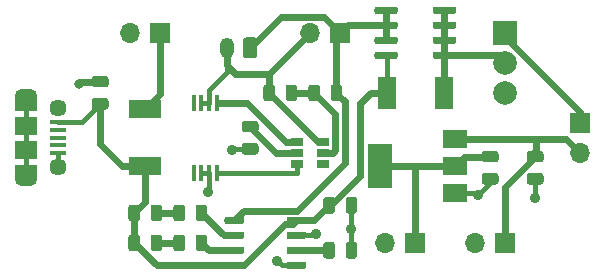
<source format=gbr>
G04 #@! TF.GenerationSoftware,KiCad,Pcbnew,5.1.5+dfsg1-2build2*
G04 #@! TF.CreationDate,2020-07-25T19:40:00-04:00*
G04 #@! TF.ProjectId,lipo-charger,6c69706f-2d63-4686-9172-6765722e6b69,rev?*
G04 #@! TF.SameCoordinates,Original*
G04 #@! TF.FileFunction,Copper,L1,Top*
G04 #@! TF.FilePolarity,Positive*
%FSLAX46Y46*%
G04 Gerber Fmt 4.6, Leading zero omitted, Abs format (unit mm)*
G04 Created by KiCad (PCBNEW 5.1.5+dfsg1-2build2) date 2020-07-25 19:40:00*
%MOMM*%
%LPD*%
G04 APERTURE LIST*
%ADD10C,0.100000*%
%ADD11R,1.700000X1.700000*%
%ADD12O,1.700000X1.700000*%
%ADD13R,1.900000X1.500000*%
%ADD14C,1.450000*%
%ADD15R,1.350000X0.400000*%
%ADD16O,1.900000X1.200000*%
%ADD17R,1.900000X1.200000*%
%ADD18O,1.200000X1.750000*%
%ADD19R,2.000000X2.000000*%
%ADD20C,2.000000*%
%ADD21R,1.060000X0.650000*%
%ADD22R,0.450000X1.450000*%
%ADD23R,2.700000X1.500000*%
%ADD24R,1.500000X2.700000*%
%ADD25R,2.000000X3.800000*%
%ADD26R,2.000000X1.500000*%
%ADD27C,0.800000*%
%ADD28C,0.899160*%
%ADD29C,0.599440*%
%ADD30C,0.398780*%
G04 APERTURE END LIST*
G04 #@! TA.AperFunction,SMDPad,CuDef*
D10*
G36*
X126504703Y-93045722D02*
G01*
X126519264Y-93047882D01*
X126533543Y-93051459D01*
X126547403Y-93056418D01*
X126560710Y-93062712D01*
X126573336Y-93070280D01*
X126585159Y-93079048D01*
X126596066Y-93088934D01*
X126605952Y-93099841D01*
X126614720Y-93111664D01*
X126622288Y-93124290D01*
X126628582Y-93137597D01*
X126633541Y-93151457D01*
X126637118Y-93165736D01*
X126639278Y-93180297D01*
X126640000Y-93195000D01*
X126640000Y-93495000D01*
X126639278Y-93509703D01*
X126637118Y-93524264D01*
X126633541Y-93538543D01*
X126628582Y-93552403D01*
X126622288Y-93565710D01*
X126614720Y-93578336D01*
X126605952Y-93590159D01*
X126596066Y-93601066D01*
X126585159Y-93610952D01*
X126573336Y-93619720D01*
X126560710Y-93627288D01*
X126547403Y-93633582D01*
X126533543Y-93638541D01*
X126519264Y-93642118D01*
X126504703Y-93644278D01*
X126490000Y-93645000D01*
X125140000Y-93645000D01*
X125125297Y-93644278D01*
X125110736Y-93642118D01*
X125096457Y-93638541D01*
X125082597Y-93633582D01*
X125069290Y-93627288D01*
X125056664Y-93619720D01*
X125044841Y-93610952D01*
X125033934Y-93601066D01*
X125024048Y-93590159D01*
X125015280Y-93578336D01*
X125007712Y-93565710D01*
X125001418Y-93552403D01*
X124996459Y-93538543D01*
X124992882Y-93524264D01*
X124990722Y-93509703D01*
X124990000Y-93495000D01*
X124990000Y-93195000D01*
X124990722Y-93180297D01*
X124992882Y-93165736D01*
X124996459Y-93151457D01*
X125001418Y-93137597D01*
X125007712Y-93124290D01*
X125015280Y-93111664D01*
X125024048Y-93099841D01*
X125033934Y-93088934D01*
X125044841Y-93079048D01*
X125056664Y-93070280D01*
X125069290Y-93062712D01*
X125082597Y-93056418D01*
X125096457Y-93051459D01*
X125110736Y-93047882D01*
X125125297Y-93045722D01*
X125140000Y-93045000D01*
X126490000Y-93045000D01*
X126504703Y-93045722D01*
G37*
G04 #@! TD.AperFunction*
G04 #@! TA.AperFunction,SMDPad,CuDef*
G36*
X126504703Y-91775722D02*
G01*
X126519264Y-91777882D01*
X126533543Y-91781459D01*
X126547403Y-91786418D01*
X126560710Y-91792712D01*
X126573336Y-91800280D01*
X126585159Y-91809048D01*
X126596066Y-91818934D01*
X126605952Y-91829841D01*
X126614720Y-91841664D01*
X126622288Y-91854290D01*
X126628582Y-91867597D01*
X126633541Y-91881457D01*
X126637118Y-91895736D01*
X126639278Y-91910297D01*
X126640000Y-91925000D01*
X126640000Y-92225000D01*
X126639278Y-92239703D01*
X126637118Y-92254264D01*
X126633541Y-92268543D01*
X126628582Y-92282403D01*
X126622288Y-92295710D01*
X126614720Y-92308336D01*
X126605952Y-92320159D01*
X126596066Y-92331066D01*
X126585159Y-92340952D01*
X126573336Y-92349720D01*
X126560710Y-92357288D01*
X126547403Y-92363582D01*
X126533543Y-92368541D01*
X126519264Y-92372118D01*
X126504703Y-92374278D01*
X126490000Y-92375000D01*
X125140000Y-92375000D01*
X125125297Y-92374278D01*
X125110736Y-92372118D01*
X125096457Y-92368541D01*
X125082597Y-92363582D01*
X125069290Y-92357288D01*
X125056664Y-92349720D01*
X125044841Y-92340952D01*
X125033934Y-92331066D01*
X125024048Y-92320159D01*
X125015280Y-92308336D01*
X125007712Y-92295710D01*
X125001418Y-92282403D01*
X124996459Y-92268543D01*
X124992882Y-92254264D01*
X124990722Y-92239703D01*
X124990000Y-92225000D01*
X124990000Y-91925000D01*
X124990722Y-91910297D01*
X124992882Y-91895736D01*
X124996459Y-91881457D01*
X125001418Y-91867597D01*
X125007712Y-91854290D01*
X125015280Y-91841664D01*
X125024048Y-91829841D01*
X125033934Y-91818934D01*
X125044841Y-91809048D01*
X125056664Y-91800280D01*
X125069290Y-91792712D01*
X125082597Y-91786418D01*
X125096457Y-91781459D01*
X125110736Y-91777882D01*
X125125297Y-91775722D01*
X125140000Y-91775000D01*
X126490000Y-91775000D01*
X126504703Y-91775722D01*
G37*
G04 #@! TD.AperFunction*
G04 #@! TA.AperFunction,SMDPad,CuDef*
G36*
X126504703Y-90505722D02*
G01*
X126519264Y-90507882D01*
X126533543Y-90511459D01*
X126547403Y-90516418D01*
X126560710Y-90522712D01*
X126573336Y-90530280D01*
X126585159Y-90539048D01*
X126596066Y-90548934D01*
X126605952Y-90559841D01*
X126614720Y-90571664D01*
X126622288Y-90584290D01*
X126628582Y-90597597D01*
X126633541Y-90611457D01*
X126637118Y-90625736D01*
X126639278Y-90640297D01*
X126640000Y-90655000D01*
X126640000Y-90955000D01*
X126639278Y-90969703D01*
X126637118Y-90984264D01*
X126633541Y-90998543D01*
X126628582Y-91012403D01*
X126622288Y-91025710D01*
X126614720Y-91038336D01*
X126605952Y-91050159D01*
X126596066Y-91061066D01*
X126585159Y-91070952D01*
X126573336Y-91079720D01*
X126560710Y-91087288D01*
X126547403Y-91093582D01*
X126533543Y-91098541D01*
X126519264Y-91102118D01*
X126504703Y-91104278D01*
X126490000Y-91105000D01*
X125140000Y-91105000D01*
X125125297Y-91104278D01*
X125110736Y-91102118D01*
X125096457Y-91098541D01*
X125082597Y-91093582D01*
X125069290Y-91087288D01*
X125056664Y-91079720D01*
X125044841Y-91070952D01*
X125033934Y-91061066D01*
X125024048Y-91050159D01*
X125015280Y-91038336D01*
X125007712Y-91025710D01*
X125001418Y-91012403D01*
X124996459Y-90998543D01*
X124992882Y-90984264D01*
X124990722Y-90969703D01*
X124990000Y-90955000D01*
X124990000Y-90655000D01*
X124990722Y-90640297D01*
X124992882Y-90625736D01*
X124996459Y-90611457D01*
X125001418Y-90597597D01*
X125007712Y-90584290D01*
X125015280Y-90571664D01*
X125024048Y-90559841D01*
X125033934Y-90548934D01*
X125044841Y-90539048D01*
X125056664Y-90530280D01*
X125069290Y-90522712D01*
X125082597Y-90516418D01*
X125096457Y-90511459D01*
X125110736Y-90507882D01*
X125125297Y-90505722D01*
X125140000Y-90505000D01*
X126490000Y-90505000D01*
X126504703Y-90505722D01*
G37*
G04 #@! TD.AperFunction*
G04 #@! TA.AperFunction,SMDPad,CuDef*
G36*
X126504703Y-89235722D02*
G01*
X126519264Y-89237882D01*
X126533543Y-89241459D01*
X126547403Y-89246418D01*
X126560710Y-89252712D01*
X126573336Y-89260280D01*
X126585159Y-89269048D01*
X126596066Y-89278934D01*
X126605952Y-89289841D01*
X126614720Y-89301664D01*
X126622288Y-89314290D01*
X126628582Y-89327597D01*
X126633541Y-89341457D01*
X126637118Y-89355736D01*
X126639278Y-89370297D01*
X126640000Y-89385000D01*
X126640000Y-89685000D01*
X126639278Y-89699703D01*
X126637118Y-89714264D01*
X126633541Y-89728543D01*
X126628582Y-89742403D01*
X126622288Y-89755710D01*
X126614720Y-89768336D01*
X126605952Y-89780159D01*
X126596066Y-89791066D01*
X126585159Y-89800952D01*
X126573336Y-89809720D01*
X126560710Y-89817288D01*
X126547403Y-89823582D01*
X126533543Y-89828541D01*
X126519264Y-89832118D01*
X126504703Y-89834278D01*
X126490000Y-89835000D01*
X125140000Y-89835000D01*
X125125297Y-89834278D01*
X125110736Y-89832118D01*
X125096457Y-89828541D01*
X125082597Y-89823582D01*
X125069290Y-89817288D01*
X125056664Y-89809720D01*
X125044841Y-89800952D01*
X125033934Y-89791066D01*
X125024048Y-89780159D01*
X125015280Y-89768336D01*
X125007712Y-89755710D01*
X125001418Y-89742403D01*
X124996459Y-89728543D01*
X124992882Y-89714264D01*
X124990722Y-89699703D01*
X124990000Y-89685000D01*
X124990000Y-89385000D01*
X124990722Y-89370297D01*
X124992882Y-89355736D01*
X124996459Y-89341457D01*
X125001418Y-89327597D01*
X125007712Y-89314290D01*
X125015280Y-89301664D01*
X125024048Y-89289841D01*
X125033934Y-89278934D01*
X125044841Y-89269048D01*
X125056664Y-89260280D01*
X125069290Y-89252712D01*
X125082597Y-89246418D01*
X125096457Y-89241459D01*
X125110736Y-89237882D01*
X125125297Y-89235722D01*
X125140000Y-89235000D01*
X126490000Y-89235000D01*
X126504703Y-89235722D01*
G37*
G04 #@! TD.AperFunction*
G04 #@! TA.AperFunction,SMDPad,CuDef*
G36*
X121254703Y-89235722D02*
G01*
X121269264Y-89237882D01*
X121283543Y-89241459D01*
X121297403Y-89246418D01*
X121310710Y-89252712D01*
X121323336Y-89260280D01*
X121335159Y-89269048D01*
X121346066Y-89278934D01*
X121355952Y-89289841D01*
X121364720Y-89301664D01*
X121372288Y-89314290D01*
X121378582Y-89327597D01*
X121383541Y-89341457D01*
X121387118Y-89355736D01*
X121389278Y-89370297D01*
X121390000Y-89385000D01*
X121390000Y-89685000D01*
X121389278Y-89699703D01*
X121387118Y-89714264D01*
X121383541Y-89728543D01*
X121378582Y-89742403D01*
X121372288Y-89755710D01*
X121364720Y-89768336D01*
X121355952Y-89780159D01*
X121346066Y-89791066D01*
X121335159Y-89800952D01*
X121323336Y-89809720D01*
X121310710Y-89817288D01*
X121297403Y-89823582D01*
X121283543Y-89828541D01*
X121269264Y-89832118D01*
X121254703Y-89834278D01*
X121240000Y-89835000D01*
X119890000Y-89835000D01*
X119875297Y-89834278D01*
X119860736Y-89832118D01*
X119846457Y-89828541D01*
X119832597Y-89823582D01*
X119819290Y-89817288D01*
X119806664Y-89809720D01*
X119794841Y-89800952D01*
X119783934Y-89791066D01*
X119774048Y-89780159D01*
X119765280Y-89768336D01*
X119757712Y-89755710D01*
X119751418Y-89742403D01*
X119746459Y-89728543D01*
X119742882Y-89714264D01*
X119740722Y-89699703D01*
X119740000Y-89685000D01*
X119740000Y-89385000D01*
X119740722Y-89370297D01*
X119742882Y-89355736D01*
X119746459Y-89341457D01*
X119751418Y-89327597D01*
X119757712Y-89314290D01*
X119765280Y-89301664D01*
X119774048Y-89289841D01*
X119783934Y-89278934D01*
X119794841Y-89269048D01*
X119806664Y-89260280D01*
X119819290Y-89252712D01*
X119832597Y-89246418D01*
X119846457Y-89241459D01*
X119860736Y-89237882D01*
X119875297Y-89235722D01*
X119890000Y-89235000D01*
X121240000Y-89235000D01*
X121254703Y-89235722D01*
G37*
G04 #@! TD.AperFunction*
G04 #@! TA.AperFunction,SMDPad,CuDef*
G36*
X121254703Y-90505722D02*
G01*
X121269264Y-90507882D01*
X121283543Y-90511459D01*
X121297403Y-90516418D01*
X121310710Y-90522712D01*
X121323336Y-90530280D01*
X121335159Y-90539048D01*
X121346066Y-90548934D01*
X121355952Y-90559841D01*
X121364720Y-90571664D01*
X121372288Y-90584290D01*
X121378582Y-90597597D01*
X121383541Y-90611457D01*
X121387118Y-90625736D01*
X121389278Y-90640297D01*
X121390000Y-90655000D01*
X121390000Y-90955000D01*
X121389278Y-90969703D01*
X121387118Y-90984264D01*
X121383541Y-90998543D01*
X121378582Y-91012403D01*
X121372288Y-91025710D01*
X121364720Y-91038336D01*
X121355952Y-91050159D01*
X121346066Y-91061066D01*
X121335159Y-91070952D01*
X121323336Y-91079720D01*
X121310710Y-91087288D01*
X121297403Y-91093582D01*
X121283543Y-91098541D01*
X121269264Y-91102118D01*
X121254703Y-91104278D01*
X121240000Y-91105000D01*
X119890000Y-91105000D01*
X119875297Y-91104278D01*
X119860736Y-91102118D01*
X119846457Y-91098541D01*
X119832597Y-91093582D01*
X119819290Y-91087288D01*
X119806664Y-91079720D01*
X119794841Y-91070952D01*
X119783934Y-91061066D01*
X119774048Y-91050159D01*
X119765280Y-91038336D01*
X119757712Y-91025710D01*
X119751418Y-91012403D01*
X119746459Y-90998543D01*
X119742882Y-90984264D01*
X119740722Y-90969703D01*
X119740000Y-90955000D01*
X119740000Y-90655000D01*
X119740722Y-90640297D01*
X119742882Y-90625736D01*
X119746459Y-90611457D01*
X119751418Y-90597597D01*
X119757712Y-90584290D01*
X119765280Y-90571664D01*
X119774048Y-90559841D01*
X119783934Y-90548934D01*
X119794841Y-90539048D01*
X119806664Y-90530280D01*
X119819290Y-90522712D01*
X119832597Y-90516418D01*
X119846457Y-90511459D01*
X119860736Y-90507882D01*
X119875297Y-90505722D01*
X119890000Y-90505000D01*
X121240000Y-90505000D01*
X121254703Y-90505722D01*
G37*
G04 #@! TD.AperFunction*
G04 #@! TA.AperFunction,SMDPad,CuDef*
G36*
X121254703Y-91775722D02*
G01*
X121269264Y-91777882D01*
X121283543Y-91781459D01*
X121297403Y-91786418D01*
X121310710Y-91792712D01*
X121323336Y-91800280D01*
X121335159Y-91809048D01*
X121346066Y-91818934D01*
X121355952Y-91829841D01*
X121364720Y-91841664D01*
X121372288Y-91854290D01*
X121378582Y-91867597D01*
X121383541Y-91881457D01*
X121387118Y-91895736D01*
X121389278Y-91910297D01*
X121390000Y-91925000D01*
X121390000Y-92225000D01*
X121389278Y-92239703D01*
X121387118Y-92254264D01*
X121383541Y-92268543D01*
X121378582Y-92282403D01*
X121372288Y-92295710D01*
X121364720Y-92308336D01*
X121355952Y-92320159D01*
X121346066Y-92331066D01*
X121335159Y-92340952D01*
X121323336Y-92349720D01*
X121310710Y-92357288D01*
X121297403Y-92363582D01*
X121283543Y-92368541D01*
X121269264Y-92372118D01*
X121254703Y-92374278D01*
X121240000Y-92375000D01*
X119890000Y-92375000D01*
X119875297Y-92374278D01*
X119860736Y-92372118D01*
X119846457Y-92368541D01*
X119832597Y-92363582D01*
X119819290Y-92357288D01*
X119806664Y-92349720D01*
X119794841Y-92340952D01*
X119783934Y-92331066D01*
X119774048Y-92320159D01*
X119765280Y-92308336D01*
X119757712Y-92295710D01*
X119751418Y-92282403D01*
X119746459Y-92268543D01*
X119742882Y-92254264D01*
X119740722Y-92239703D01*
X119740000Y-92225000D01*
X119740000Y-91925000D01*
X119740722Y-91910297D01*
X119742882Y-91895736D01*
X119746459Y-91881457D01*
X119751418Y-91867597D01*
X119757712Y-91854290D01*
X119765280Y-91841664D01*
X119774048Y-91829841D01*
X119783934Y-91818934D01*
X119794841Y-91809048D01*
X119806664Y-91800280D01*
X119819290Y-91792712D01*
X119832597Y-91786418D01*
X119846457Y-91781459D01*
X119860736Y-91777882D01*
X119875297Y-91775722D01*
X119890000Y-91775000D01*
X121240000Y-91775000D01*
X121254703Y-91775722D01*
G37*
G04 #@! TD.AperFunction*
G04 #@! TA.AperFunction,SMDPad,CuDef*
G36*
X121254703Y-93045722D02*
G01*
X121269264Y-93047882D01*
X121283543Y-93051459D01*
X121297403Y-93056418D01*
X121310710Y-93062712D01*
X121323336Y-93070280D01*
X121335159Y-93079048D01*
X121346066Y-93088934D01*
X121355952Y-93099841D01*
X121364720Y-93111664D01*
X121372288Y-93124290D01*
X121378582Y-93137597D01*
X121383541Y-93151457D01*
X121387118Y-93165736D01*
X121389278Y-93180297D01*
X121390000Y-93195000D01*
X121390000Y-93495000D01*
X121389278Y-93509703D01*
X121387118Y-93524264D01*
X121383541Y-93538543D01*
X121378582Y-93552403D01*
X121372288Y-93565710D01*
X121364720Y-93578336D01*
X121355952Y-93590159D01*
X121346066Y-93601066D01*
X121335159Y-93610952D01*
X121323336Y-93619720D01*
X121310710Y-93627288D01*
X121297403Y-93633582D01*
X121283543Y-93638541D01*
X121269264Y-93642118D01*
X121254703Y-93644278D01*
X121240000Y-93645000D01*
X119890000Y-93645000D01*
X119875297Y-93644278D01*
X119860736Y-93642118D01*
X119846457Y-93638541D01*
X119832597Y-93633582D01*
X119819290Y-93627288D01*
X119806664Y-93619720D01*
X119794841Y-93610952D01*
X119783934Y-93601066D01*
X119774048Y-93590159D01*
X119765280Y-93578336D01*
X119757712Y-93565710D01*
X119751418Y-93552403D01*
X119746459Y-93538543D01*
X119742882Y-93524264D01*
X119740722Y-93509703D01*
X119740000Y-93495000D01*
X119740000Y-93195000D01*
X119740722Y-93180297D01*
X119742882Y-93165736D01*
X119746459Y-93151457D01*
X119751418Y-93137597D01*
X119757712Y-93124290D01*
X119765280Y-93111664D01*
X119774048Y-93099841D01*
X119783934Y-93088934D01*
X119794841Y-93079048D01*
X119806664Y-93070280D01*
X119819290Y-93062712D01*
X119832597Y-93056418D01*
X119846457Y-93051459D01*
X119860736Y-93047882D01*
X119875297Y-93045722D01*
X119890000Y-93045000D01*
X121240000Y-93045000D01*
X121254703Y-93045722D01*
G37*
G04 #@! TD.AperFunction*
G04 #@! TA.AperFunction,SMDPad,CuDef*
G36*
X109700142Y-77316174D02*
G01*
X109723803Y-77319684D01*
X109747007Y-77325496D01*
X109769529Y-77333554D01*
X109791153Y-77343782D01*
X109811670Y-77356079D01*
X109830883Y-77370329D01*
X109848607Y-77386393D01*
X109864671Y-77404117D01*
X109878921Y-77423330D01*
X109891218Y-77443847D01*
X109901446Y-77465471D01*
X109909504Y-77487993D01*
X109915316Y-77511197D01*
X109918826Y-77534858D01*
X109920000Y-77558750D01*
X109920000Y-78046250D01*
X109918826Y-78070142D01*
X109915316Y-78093803D01*
X109909504Y-78117007D01*
X109901446Y-78139529D01*
X109891218Y-78161153D01*
X109878921Y-78181670D01*
X109864671Y-78200883D01*
X109848607Y-78218607D01*
X109830883Y-78234671D01*
X109811670Y-78248921D01*
X109791153Y-78261218D01*
X109769529Y-78271446D01*
X109747007Y-78279504D01*
X109723803Y-78285316D01*
X109700142Y-78288826D01*
X109676250Y-78290000D01*
X108763750Y-78290000D01*
X108739858Y-78288826D01*
X108716197Y-78285316D01*
X108692993Y-78279504D01*
X108670471Y-78271446D01*
X108648847Y-78261218D01*
X108628330Y-78248921D01*
X108609117Y-78234671D01*
X108591393Y-78218607D01*
X108575329Y-78200883D01*
X108561079Y-78181670D01*
X108548782Y-78161153D01*
X108538554Y-78139529D01*
X108530496Y-78117007D01*
X108524684Y-78093803D01*
X108521174Y-78070142D01*
X108520000Y-78046250D01*
X108520000Y-77558750D01*
X108521174Y-77534858D01*
X108524684Y-77511197D01*
X108530496Y-77487993D01*
X108538554Y-77465471D01*
X108548782Y-77443847D01*
X108561079Y-77423330D01*
X108575329Y-77404117D01*
X108591393Y-77386393D01*
X108609117Y-77370329D01*
X108628330Y-77356079D01*
X108648847Y-77343782D01*
X108670471Y-77333554D01*
X108692993Y-77325496D01*
X108716197Y-77319684D01*
X108739858Y-77316174D01*
X108763750Y-77315000D01*
X109676250Y-77315000D01*
X109700142Y-77316174D01*
G37*
G04 #@! TD.AperFunction*
G04 #@! TA.AperFunction,SMDPad,CuDef*
G36*
X109700142Y-79191174D02*
G01*
X109723803Y-79194684D01*
X109747007Y-79200496D01*
X109769529Y-79208554D01*
X109791153Y-79218782D01*
X109811670Y-79231079D01*
X109830883Y-79245329D01*
X109848607Y-79261393D01*
X109864671Y-79279117D01*
X109878921Y-79298330D01*
X109891218Y-79318847D01*
X109901446Y-79340471D01*
X109909504Y-79362993D01*
X109915316Y-79386197D01*
X109918826Y-79409858D01*
X109920000Y-79433750D01*
X109920000Y-79921250D01*
X109918826Y-79945142D01*
X109915316Y-79968803D01*
X109909504Y-79992007D01*
X109901446Y-80014529D01*
X109891218Y-80036153D01*
X109878921Y-80056670D01*
X109864671Y-80075883D01*
X109848607Y-80093607D01*
X109830883Y-80109671D01*
X109811670Y-80123921D01*
X109791153Y-80136218D01*
X109769529Y-80146446D01*
X109747007Y-80154504D01*
X109723803Y-80160316D01*
X109700142Y-80163826D01*
X109676250Y-80165000D01*
X108763750Y-80165000D01*
X108739858Y-80163826D01*
X108716197Y-80160316D01*
X108692993Y-80154504D01*
X108670471Y-80146446D01*
X108648847Y-80136218D01*
X108628330Y-80123921D01*
X108609117Y-80109671D01*
X108591393Y-80093607D01*
X108575329Y-80075883D01*
X108561079Y-80056670D01*
X108548782Y-80036153D01*
X108538554Y-80014529D01*
X108530496Y-79992007D01*
X108524684Y-79968803D01*
X108521174Y-79945142D01*
X108520000Y-79921250D01*
X108520000Y-79433750D01*
X108521174Y-79409858D01*
X108524684Y-79386197D01*
X108530496Y-79362993D01*
X108538554Y-79340471D01*
X108548782Y-79318847D01*
X108561079Y-79298330D01*
X108575329Y-79279117D01*
X108591393Y-79261393D01*
X108609117Y-79245329D01*
X108628330Y-79231079D01*
X108648847Y-79218782D01*
X108670471Y-79208554D01*
X108692993Y-79200496D01*
X108716197Y-79194684D01*
X108739858Y-79191174D01*
X108763750Y-79190000D01*
X109676250Y-79190000D01*
X109700142Y-79191174D01*
G37*
G04 #@! TD.AperFunction*
G04 #@! TA.AperFunction,SMDPad,CuDef*
G36*
X142720142Y-83666174D02*
G01*
X142743803Y-83669684D01*
X142767007Y-83675496D01*
X142789529Y-83683554D01*
X142811153Y-83693782D01*
X142831670Y-83706079D01*
X142850883Y-83720329D01*
X142868607Y-83736393D01*
X142884671Y-83754117D01*
X142898921Y-83773330D01*
X142911218Y-83793847D01*
X142921446Y-83815471D01*
X142929504Y-83837993D01*
X142935316Y-83861197D01*
X142938826Y-83884858D01*
X142940000Y-83908750D01*
X142940000Y-84396250D01*
X142938826Y-84420142D01*
X142935316Y-84443803D01*
X142929504Y-84467007D01*
X142921446Y-84489529D01*
X142911218Y-84511153D01*
X142898921Y-84531670D01*
X142884671Y-84550883D01*
X142868607Y-84568607D01*
X142850883Y-84584671D01*
X142831670Y-84598921D01*
X142811153Y-84611218D01*
X142789529Y-84621446D01*
X142767007Y-84629504D01*
X142743803Y-84635316D01*
X142720142Y-84638826D01*
X142696250Y-84640000D01*
X141783750Y-84640000D01*
X141759858Y-84638826D01*
X141736197Y-84635316D01*
X141712993Y-84629504D01*
X141690471Y-84621446D01*
X141668847Y-84611218D01*
X141648330Y-84598921D01*
X141629117Y-84584671D01*
X141611393Y-84568607D01*
X141595329Y-84550883D01*
X141581079Y-84531670D01*
X141568782Y-84511153D01*
X141558554Y-84489529D01*
X141550496Y-84467007D01*
X141544684Y-84443803D01*
X141541174Y-84420142D01*
X141540000Y-84396250D01*
X141540000Y-83908750D01*
X141541174Y-83884858D01*
X141544684Y-83861197D01*
X141550496Y-83837993D01*
X141558554Y-83815471D01*
X141568782Y-83793847D01*
X141581079Y-83773330D01*
X141595329Y-83754117D01*
X141611393Y-83736393D01*
X141629117Y-83720329D01*
X141648330Y-83706079D01*
X141668847Y-83693782D01*
X141690471Y-83683554D01*
X141712993Y-83675496D01*
X141736197Y-83669684D01*
X141759858Y-83666174D01*
X141783750Y-83665000D01*
X142696250Y-83665000D01*
X142720142Y-83666174D01*
G37*
G04 #@! TD.AperFunction*
G04 #@! TA.AperFunction,SMDPad,CuDef*
G36*
X142720142Y-85541174D02*
G01*
X142743803Y-85544684D01*
X142767007Y-85550496D01*
X142789529Y-85558554D01*
X142811153Y-85568782D01*
X142831670Y-85581079D01*
X142850883Y-85595329D01*
X142868607Y-85611393D01*
X142884671Y-85629117D01*
X142898921Y-85648330D01*
X142911218Y-85668847D01*
X142921446Y-85690471D01*
X142929504Y-85712993D01*
X142935316Y-85736197D01*
X142938826Y-85759858D01*
X142940000Y-85783750D01*
X142940000Y-86271250D01*
X142938826Y-86295142D01*
X142935316Y-86318803D01*
X142929504Y-86342007D01*
X142921446Y-86364529D01*
X142911218Y-86386153D01*
X142898921Y-86406670D01*
X142884671Y-86425883D01*
X142868607Y-86443607D01*
X142850883Y-86459671D01*
X142831670Y-86473921D01*
X142811153Y-86486218D01*
X142789529Y-86496446D01*
X142767007Y-86504504D01*
X142743803Y-86510316D01*
X142720142Y-86513826D01*
X142696250Y-86515000D01*
X141783750Y-86515000D01*
X141759858Y-86513826D01*
X141736197Y-86510316D01*
X141712993Y-86504504D01*
X141690471Y-86496446D01*
X141668847Y-86486218D01*
X141648330Y-86473921D01*
X141629117Y-86459671D01*
X141611393Y-86443607D01*
X141595329Y-86425883D01*
X141581079Y-86406670D01*
X141568782Y-86386153D01*
X141558554Y-86364529D01*
X141550496Y-86342007D01*
X141544684Y-86318803D01*
X141541174Y-86295142D01*
X141540000Y-86271250D01*
X141540000Y-85783750D01*
X141541174Y-85759858D01*
X141544684Y-85736197D01*
X141550496Y-85712993D01*
X141558554Y-85690471D01*
X141568782Y-85668847D01*
X141581079Y-85648330D01*
X141595329Y-85629117D01*
X141611393Y-85611393D01*
X141629117Y-85595329D01*
X141648330Y-85581079D01*
X141668847Y-85568782D01*
X141690471Y-85558554D01*
X141712993Y-85550496D01*
X141736197Y-85544684D01*
X141759858Y-85541174D01*
X141783750Y-85540000D01*
X142696250Y-85540000D01*
X142720142Y-85541174D01*
G37*
G04 #@! TD.AperFunction*
G04 #@! TA.AperFunction,SMDPad,CuDef*
G36*
X125665142Y-78041174D02*
G01*
X125688803Y-78044684D01*
X125712007Y-78050496D01*
X125734529Y-78058554D01*
X125756153Y-78068782D01*
X125776670Y-78081079D01*
X125795883Y-78095329D01*
X125813607Y-78111393D01*
X125829671Y-78129117D01*
X125843921Y-78148330D01*
X125856218Y-78168847D01*
X125866446Y-78190471D01*
X125874504Y-78212993D01*
X125880316Y-78236197D01*
X125883826Y-78259858D01*
X125885000Y-78283750D01*
X125885000Y-79196250D01*
X125883826Y-79220142D01*
X125880316Y-79243803D01*
X125874504Y-79267007D01*
X125866446Y-79289529D01*
X125856218Y-79311153D01*
X125843921Y-79331670D01*
X125829671Y-79350883D01*
X125813607Y-79368607D01*
X125795883Y-79384671D01*
X125776670Y-79398921D01*
X125756153Y-79411218D01*
X125734529Y-79421446D01*
X125712007Y-79429504D01*
X125688803Y-79435316D01*
X125665142Y-79438826D01*
X125641250Y-79440000D01*
X125153750Y-79440000D01*
X125129858Y-79438826D01*
X125106197Y-79435316D01*
X125082993Y-79429504D01*
X125060471Y-79421446D01*
X125038847Y-79411218D01*
X125018330Y-79398921D01*
X124999117Y-79384671D01*
X124981393Y-79368607D01*
X124965329Y-79350883D01*
X124951079Y-79331670D01*
X124938782Y-79311153D01*
X124928554Y-79289529D01*
X124920496Y-79267007D01*
X124914684Y-79243803D01*
X124911174Y-79220142D01*
X124910000Y-79196250D01*
X124910000Y-78283750D01*
X124911174Y-78259858D01*
X124914684Y-78236197D01*
X124920496Y-78212993D01*
X124928554Y-78190471D01*
X124938782Y-78168847D01*
X124951079Y-78148330D01*
X124965329Y-78129117D01*
X124981393Y-78111393D01*
X124999117Y-78095329D01*
X125018330Y-78081079D01*
X125038847Y-78068782D01*
X125060471Y-78058554D01*
X125082993Y-78050496D01*
X125106197Y-78044684D01*
X125129858Y-78041174D01*
X125153750Y-78040000D01*
X125641250Y-78040000D01*
X125665142Y-78041174D01*
G37*
G04 #@! TD.AperFunction*
G04 #@! TA.AperFunction,SMDPad,CuDef*
G36*
X123790142Y-78041174D02*
G01*
X123813803Y-78044684D01*
X123837007Y-78050496D01*
X123859529Y-78058554D01*
X123881153Y-78068782D01*
X123901670Y-78081079D01*
X123920883Y-78095329D01*
X123938607Y-78111393D01*
X123954671Y-78129117D01*
X123968921Y-78148330D01*
X123981218Y-78168847D01*
X123991446Y-78190471D01*
X123999504Y-78212993D01*
X124005316Y-78236197D01*
X124008826Y-78259858D01*
X124010000Y-78283750D01*
X124010000Y-79196250D01*
X124008826Y-79220142D01*
X124005316Y-79243803D01*
X123999504Y-79267007D01*
X123991446Y-79289529D01*
X123981218Y-79311153D01*
X123968921Y-79331670D01*
X123954671Y-79350883D01*
X123938607Y-79368607D01*
X123920883Y-79384671D01*
X123901670Y-79398921D01*
X123881153Y-79411218D01*
X123859529Y-79421446D01*
X123837007Y-79429504D01*
X123813803Y-79435316D01*
X123790142Y-79438826D01*
X123766250Y-79440000D01*
X123278750Y-79440000D01*
X123254858Y-79438826D01*
X123231197Y-79435316D01*
X123207993Y-79429504D01*
X123185471Y-79421446D01*
X123163847Y-79411218D01*
X123143330Y-79398921D01*
X123124117Y-79384671D01*
X123106393Y-79368607D01*
X123090329Y-79350883D01*
X123076079Y-79331670D01*
X123063782Y-79311153D01*
X123053554Y-79289529D01*
X123045496Y-79267007D01*
X123039684Y-79243803D01*
X123036174Y-79220142D01*
X123035000Y-79196250D01*
X123035000Y-78283750D01*
X123036174Y-78259858D01*
X123039684Y-78236197D01*
X123045496Y-78212993D01*
X123053554Y-78190471D01*
X123063782Y-78168847D01*
X123076079Y-78148330D01*
X123090329Y-78129117D01*
X123106393Y-78111393D01*
X123124117Y-78095329D01*
X123143330Y-78081079D01*
X123163847Y-78068782D01*
X123185471Y-78058554D01*
X123207993Y-78050496D01*
X123231197Y-78044684D01*
X123254858Y-78041174D01*
X123278750Y-78040000D01*
X123766250Y-78040000D01*
X123790142Y-78041174D01*
G37*
G04 #@! TD.AperFunction*
G04 #@! TA.AperFunction,SMDPad,CuDef*
G36*
X146530142Y-85541174D02*
G01*
X146553803Y-85544684D01*
X146577007Y-85550496D01*
X146599529Y-85558554D01*
X146621153Y-85568782D01*
X146641670Y-85581079D01*
X146660883Y-85595329D01*
X146678607Y-85611393D01*
X146694671Y-85629117D01*
X146708921Y-85648330D01*
X146721218Y-85668847D01*
X146731446Y-85690471D01*
X146739504Y-85712993D01*
X146745316Y-85736197D01*
X146748826Y-85759858D01*
X146750000Y-85783750D01*
X146750000Y-86271250D01*
X146748826Y-86295142D01*
X146745316Y-86318803D01*
X146739504Y-86342007D01*
X146731446Y-86364529D01*
X146721218Y-86386153D01*
X146708921Y-86406670D01*
X146694671Y-86425883D01*
X146678607Y-86443607D01*
X146660883Y-86459671D01*
X146641670Y-86473921D01*
X146621153Y-86486218D01*
X146599529Y-86496446D01*
X146577007Y-86504504D01*
X146553803Y-86510316D01*
X146530142Y-86513826D01*
X146506250Y-86515000D01*
X145593750Y-86515000D01*
X145569858Y-86513826D01*
X145546197Y-86510316D01*
X145522993Y-86504504D01*
X145500471Y-86496446D01*
X145478847Y-86486218D01*
X145458330Y-86473921D01*
X145439117Y-86459671D01*
X145421393Y-86443607D01*
X145405329Y-86425883D01*
X145391079Y-86406670D01*
X145378782Y-86386153D01*
X145368554Y-86364529D01*
X145360496Y-86342007D01*
X145354684Y-86318803D01*
X145351174Y-86295142D01*
X145350000Y-86271250D01*
X145350000Y-85783750D01*
X145351174Y-85759858D01*
X145354684Y-85736197D01*
X145360496Y-85712993D01*
X145368554Y-85690471D01*
X145378782Y-85668847D01*
X145391079Y-85648330D01*
X145405329Y-85629117D01*
X145421393Y-85611393D01*
X145439117Y-85595329D01*
X145458330Y-85581079D01*
X145478847Y-85568782D01*
X145500471Y-85558554D01*
X145522993Y-85550496D01*
X145546197Y-85544684D01*
X145569858Y-85541174D01*
X145593750Y-85540000D01*
X146506250Y-85540000D01*
X146530142Y-85541174D01*
G37*
G04 #@! TD.AperFunction*
G04 #@! TA.AperFunction,SMDPad,CuDef*
G36*
X146530142Y-83666174D02*
G01*
X146553803Y-83669684D01*
X146577007Y-83675496D01*
X146599529Y-83683554D01*
X146621153Y-83693782D01*
X146641670Y-83706079D01*
X146660883Y-83720329D01*
X146678607Y-83736393D01*
X146694671Y-83754117D01*
X146708921Y-83773330D01*
X146721218Y-83793847D01*
X146731446Y-83815471D01*
X146739504Y-83837993D01*
X146745316Y-83861197D01*
X146748826Y-83884858D01*
X146750000Y-83908750D01*
X146750000Y-84396250D01*
X146748826Y-84420142D01*
X146745316Y-84443803D01*
X146739504Y-84467007D01*
X146731446Y-84489529D01*
X146721218Y-84511153D01*
X146708921Y-84531670D01*
X146694671Y-84550883D01*
X146678607Y-84568607D01*
X146660883Y-84584671D01*
X146641670Y-84598921D01*
X146621153Y-84611218D01*
X146599529Y-84621446D01*
X146577007Y-84629504D01*
X146553803Y-84635316D01*
X146530142Y-84638826D01*
X146506250Y-84640000D01*
X145593750Y-84640000D01*
X145569858Y-84638826D01*
X145546197Y-84635316D01*
X145522993Y-84629504D01*
X145500471Y-84621446D01*
X145478847Y-84611218D01*
X145458330Y-84598921D01*
X145439117Y-84584671D01*
X145421393Y-84568607D01*
X145405329Y-84550883D01*
X145391079Y-84531670D01*
X145378782Y-84511153D01*
X145368554Y-84489529D01*
X145360496Y-84467007D01*
X145354684Y-84443803D01*
X145351174Y-84420142D01*
X145350000Y-84396250D01*
X145350000Y-83908750D01*
X145351174Y-83884858D01*
X145354684Y-83861197D01*
X145360496Y-83837993D01*
X145368554Y-83815471D01*
X145378782Y-83793847D01*
X145391079Y-83773330D01*
X145405329Y-83754117D01*
X145421393Y-83736393D01*
X145439117Y-83720329D01*
X145458330Y-83706079D01*
X145478847Y-83693782D01*
X145500471Y-83683554D01*
X145522993Y-83675496D01*
X145546197Y-83669684D01*
X145569858Y-83666174D01*
X145593750Y-83665000D01*
X146506250Y-83665000D01*
X146530142Y-83666174D01*
G37*
G04 #@! TD.AperFunction*
G04 #@! TA.AperFunction,SMDPad,CuDef*
G36*
X118045142Y-88201174D02*
G01*
X118068803Y-88204684D01*
X118092007Y-88210496D01*
X118114529Y-88218554D01*
X118136153Y-88228782D01*
X118156670Y-88241079D01*
X118175883Y-88255329D01*
X118193607Y-88271393D01*
X118209671Y-88289117D01*
X118223921Y-88308330D01*
X118236218Y-88328847D01*
X118246446Y-88350471D01*
X118254504Y-88372993D01*
X118260316Y-88396197D01*
X118263826Y-88419858D01*
X118265000Y-88443750D01*
X118265000Y-89356250D01*
X118263826Y-89380142D01*
X118260316Y-89403803D01*
X118254504Y-89427007D01*
X118246446Y-89449529D01*
X118236218Y-89471153D01*
X118223921Y-89491670D01*
X118209671Y-89510883D01*
X118193607Y-89528607D01*
X118175883Y-89544671D01*
X118156670Y-89558921D01*
X118136153Y-89571218D01*
X118114529Y-89581446D01*
X118092007Y-89589504D01*
X118068803Y-89595316D01*
X118045142Y-89598826D01*
X118021250Y-89600000D01*
X117533750Y-89600000D01*
X117509858Y-89598826D01*
X117486197Y-89595316D01*
X117462993Y-89589504D01*
X117440471Y-89581446D01*
X117418847Y-89571218D01*
X117398330Y-89558921D01*
X117379117Y-89544671D01*
X117361393Y-89528607D01*
X117345329Y-89510883D01*
X117331079Y-89491670D01*
X117318782Y-89471153D01*
X117308554Y-89449529D01*
X117300496Y-89427007D01*
X117294684Y-89403803D01*
X117291174Y-89380142D01*
X117290000Y-89356250D01*
X117290000Y-88443750D01*
X117291174Y-88419858D01*
X117294684Y-88396197D01*
X117300496Y-88372993D01*
X117308554Y-88350471D01*
X117318782Y-88328847D01*
X117331079Y-88308330D01*
X117345329Y-88289117D01*
X117361393Y-88271393D01*
X117379117Y-88255329D01*
X117398330Y-88241079D01*
X117418847Y-88228782D01*
X117440471Y-88218554D01*
X117462993Y-88210496D01*
X117486197Y-88204684D01*
X117509858Y-88201174D01*
X117533750Y-88200000D01*
X118021250Y-88200000D01*
X118045142Y-88201174D01*
G37*
G04 #@! TD.AperFunction*
G04 #@! TA.AperFunction,SMDPad,CuDef*
G36*
X116170142Y-88201174D02*
G01*
X116193803Y-88204684D01*
X116217007Y-88210496D01*
X116239529Y-88218554D01*
X116261153Y-88228782D01*
X116281670Y-88241079D01*
X116300883Y-88255329D01*
X116318607Y-88271393D01*
X116334671Y-88289117D01*
X116348921Y-88308330D01*
X116361218Y-88328847D01*
X116371446Y-88350471D01*
X116379504Y-88372993D01*
X116385316Y-88396197D01*
X116388826Y-88419858D01*
X116390000Y-88443750D01*
X116390000Y-89356250D01*
X116388826Y-89380142D01*
X116385316Y-89403803D01*
X116379504Y-89427007D01*
X116371446Y-89449529D01*
X116361218Y-89471153D01*
X116348921Y-89491670D01*
X116334671Y-89510883D01*
X116318607Y-89528607D01*
X116300883Y-89544671D01*
X116281670Y-89558921D01*
X116261153Y-89571218D01*
X116239529Y-89581446D01*
X116217007Y-89589504D01*
X116193803Y-89595316D01*
X116170142Y-89598826D01*
X116146250Y-89600000D01*
X115658750Y-89600000D01*
X115634858Y-89598826D01*
X115611197Y-89595316D01*
X115587993Y-89589504D01*
X115565471Y-89581446D01*
X115543847Y-89571218D01*
X115523330Y-89558921D01*
X115504117Y-89544671D01*
X115486393Y-89528607D01*
X115470329Y-89510883D01*
X115456079Y-89491670D01*
X115443782Y-89471153D01*
X115433554Y-89449529D01*
X115425496Y-89427007D01*
X115419684Y-89403803D01*
X115416174Y-89380142D01*
X115415000Y-89356250D01*
X115415000Y-88443750D01*
X115416174Y-88419858D01*
X115419684Y-88396197D01*
X115425496Y-88372993D01*
X115433554Y-88350471D01*
X115443782Y-88328847D01*
X115456079Y-88308330D01*
X115470329Y-88289117D01*
X115486393Y-88271393D01*
X115504117Y-88255329D01*
X115523330Y-88241079D01*
X115543847Y-88228782D01*
X115565471Y-88218554D01*
X115587993Y-88210496D01*
X115611197Y-88204684D01*
X115634858Y-88201174D01*
X115658750Y-88200000D01*
X116146250Y-88200000D01*
X116170142Y-88201174D01*
G37*
G04 #@! TD.AperFunction*
G04 #@! TA.AperFunction,SMDPad,CuDef*
G36*
X116170142Y-90741174D02*
G01*
X116193803Y-90744684D01*
X116217007Y-90750496D01*
X116239529Y-90758554D01*
X116261153Y-90768782D01*
X116281670Y-90781079D01*
X116300883Y-90795329D01*
X116318607Y-90811393D01*
X116334671Y-90829117D01*
X116348921Y-90848330D01*
X116361218Y-90868847D01*
X116371446Y-90890471D01*
X116379504Y-90912993D01*
X116385316Y-90936197D01*
X116388826Y-90959858D01*
X116390000Y-90983750D01*
X116390000Y-91896250D01*
X116388826Y-91920142D01*
X116385316Y-91943803D01*
X116379504Y-91967007D01*
X116371446Y-91989529D01*
X116361218Y-92011153D01*
X116348921Y-92031670D01*
X116334671Y-92050883D01*
X116318607Y-92068607D01*
X116300883Y-92084671D01*
X116281670Y-92098921D01*
X116261153Y-92111218D01*
X116239529Y-92121446D01*
X116217007Y-92129504D01*
X116193803Y-92135316D01*
X116170142Y-92138826D01*
X116146250Y-92140000D01*
X115658750Y-92140000D01*
X115634858Y-92138826D01*
X115611197Y-92135316D01*
X115587993Y-92129504D01*
X115565471Y-92121446D01*
X115543847Y-92111218D01*
X115523330Y-92098921D01*
X115504117Y-92084671D01*
X115486393Y-92068607D01*
X115470329Y-92050883D01*
X115456079Y-92031670D01*
X115443782Y-92011153D01*
X115433554Y-91989529D01*
X115425496Y-91967007D01*
X115419684Y-91943803D01*
X115416174Y-91920142D01*
X115415000Y-91896250D01*
X115415000Y-90983750D01*
X115416174Y-90959858D01*
X115419684Y-90936197D01*
X115425496Y-90912993D01*
X115433554Y-90890471D01*
X115443782Y-90868847D01*
X115456079Y-90848330D01*
X115470329Y-90829117D01*
X115486393Y-90811393D01*
X115504117Y-90795329D01*
X115523330Y-90781079D01*
X115543847Y-90768782D01*
X115565471Y-90758554D01*
X115587993Y-90750496D01*
X115611197Y-90744684D01*
X115634858Y-90741174D01*
X115658750Y-90740000D01*
X116146250Y-90740000D01*
X116170142Y-90741174D01*
G37*
G04 #@! TD.AperFunction*
G04 #@! TA.AperFunction,SMDPad,CuDef*
G36*
X118045142Y-90741174D02*
G01*
X118068803Y-90744684D01*
X118092007Y-90750496D01*
X118114529Y-90758554D01*
X118136153Y-90768782D01*
X118156670Y-90781079D01*
X118175883Y-90795329D01*
X118193607Y-90811393D01*
X118209671Y-90829117D01*
X118223921Y-90848330D01*
X118236218Y-90868847D01*
X118246446Y-90890471D01*
X118254504Y-90912993D01*
X118260316Y-90936197D01*
X118263826Y-90959858D01*
X118265000Y-90983750D01*
X118265000Y-91896250D01*
X118263826Y-91920142D01*
X118260316Y-91943803D01*
X118254504Y-91967007D01*
X118246446Y-91989529D01*
X118236218Y-92011153D01*
X118223921Y-92031670D01*
X118209671Y-92050883D01*
X118193607Y-92068607D01*
X118175883Y-92084671D01*
X118156670Y-92098921D01*
X118136153Y-92111218D01*
X118114529Y-92121446D01*
X118092007Y-92129504D01*
X118068803Y-92135316D01*
X118045142Y-92138826D01*
X118021250Y-92140000D01*
X117533750Y-92140000D01*
X117509858Y-92138826D01*
X117486197Y-92135316D01*
X117462993Y-92129504D01*
X117440471Y-92121446D01*
X117418847Y-92111218D01*
X117398330Y-92098921D01*
X117379117Y-92084671D01*
X117361393Y-92068607D01*
X117345329Y-92050883D01*
X117331079Y-92031670D01*
X117318782Y-92011153D01*
X117308554Y-91989529D01*
X117300496Y-91967007D01*
X117294684Y-91943803D01*
X117291174Y-91920142D01*
X117290000Y-91896250D01*
X117290000Y-90983750D01*
X117291174Y-90959858D01*
X117294684Y-90936197D01*
X117300496Y-90912993D01*
X117308554Y-90890471D01*
X117318782Y-90868847D01*
X117331079Y-90848330D01*
X117345329Y-90829117D01*
X117361393Y-90811393D01*
X117379117Y-90795329D01*
X117398330Y-90781079D01*
X117418847Y-90768782D01*
X117440471Y-90758554D01*
X117462993Y-90750496D01*
X117486197Y-90744684D01*
X117509858Y-90741174D01*
X117533750Y-90740000D01*
X118021250Y-90740000D01*
X118045142Y-90741174D01*
G37*
G04 #@! TD.AperFunction*
D11*
X114300000Y-73660000D03*
D12*
X111760000Y-73660000D03*
D13*
X102902500Y-83550000D03*
D14*
X105602500Y-80050000D03*
D15*
X105602500Y-81900000D03*
X105602500Y-81250000D03*
X105602500Y-83850000D03*
X105602500Y-83200000D03*
X105602500Y-82550000D03*
D14*
X105602500Y-85050000D03*
D13*
X102902500Y-81550000D03*
D16*
X102902500Y-79050000D03*
X102902500Y-86050000D03*
D17*
X102902500Y-85450000D03*
X102902500Y-79650000D03*
G04 #@! TA.AperFunction,ComponentPad*
D10*
G36*
X122294505Y-74056204D02*
G01*
X122318773Y-74059804D01*
X122342572Y-74065765D01*
X122365671Y-74074030D01*
X122387850Y-74084520D01*
X122408893Y-74097132D01*
X122428599Y-74111747D01*
X122446777Y-74128223D01*
X122463253Y-74146401D01*
X122477868Y-74166107D01*
X122490480Y-74187150D01*
X122500970Y-74209329D01*
X122509235Y-74232428D01*
X122515196Y-74256227D01*
X122518796Y-74280495D01*
X122520000Y-74304999D01*
X122520000Y-75555001D01*
X122518796Y-75579505D01*
X122515196Y-75603773D01*
X122509235Y-75627572D01*
X122500970Y-75650671D01*
X122490480Y-75672850D01*
X122477868Y-75693893D01*
X122463253Y-75713599D01*
X122446777Y-75731777D01*
X122428599Y-75748253D01*
X122408893Y-75762868D01*
X122387850Y-75775480D01*
X122365671Y-75785970D01*
X122342572Y-75794235D01*
X122318773Y-75800196D01*
X122294505Y-75803796D01*
X122270001Y-75805000D01*
X121569999Y-75805000D01*
X121545495Y-75803796D01*
X121521227Y-75800196D01*
X121497428Y-75794235D01*
X121474329Y-75785970D01*
X121452150Y-75775480D01*
X121431107Y-75762868D01*
X121411401Y-75748253D01*
X121393223Y-75731777D01*
X121376747Y-75713599D01*
X121362132Y-75693893D01*
X121349520Y-75672850D01*
X121339030Y-75650671D01*
X121330765Y-75627572D01*
X121324804Y-75603773D01*
X121321204Y-75579505D01*
X121320000Y-75555001D01*
X121320000Y-74304999D01*
X121321204Y-74280495D01*
X121324804Y-74256227D01*
X121330765Y-74232428D01*
X121339030Y-74209329D01*
X121349520Y-74187150D01*
X121362132Y-74166107D01*
X121376747Y-74146401D01*
X121393223Y-74128223D01*
X121411401Y-74111747D01*
X121431107Y-74097132D01*
X121452150Y-74084520D01*
X121474329Y-74074030D01*
X121497428Y-74065765D01*
X121521227Y-74059804D01*
X121545495Y-74056204D01*
X121569999Y-74055000D01*
X122270001Y-74055000D01*
X122294505Y-74056204D01*
G37*
G04 #@! TD.AperFunction*
D18*
X119920000Y-74930000D03*
D12*
X127000000Y-73660000D03*
D11*
X129540000Y-73660000D03*
X135890000Y-91440000D03*
D12*
X133350000Y-91440000D03*
X140970000Y-91440000D03*
D11*
X143510000Y-91440000D03*
X149860000Y-81280000D03*
D12*
X149860000Y-83820000D03*
G04 #@! TA.AperFunction,SMDPad,CuDef*
D10*
G36*
X112360142Y-90741174D02*
G01*
X112383803Y-90744684D01*
X112407007Y-90750496D01*
X112429529Y-90758554D01*
X112451153Y-90768782D01*
X112471670Y-90781079D01*
X112490883Y-90795329D01*
X112508607Y-90811393D01*
X112524671Y-90829117D01*
X112538921Y-90848330D01*
X112551218Y-90868847D01*
X112561446Y-90890471D01*
X112569504Y-90912993D01*
X112575316Y-90936197D01*
X112578826Y-90959858D01*
X112580000Y-90983750D01*
X112580000Y-91896250D01*
X112578826Y-91920142D01*
X112575316Y-91943803D01*
X112569504Y-91967007D01*
X112561446Y-91989529D01*
X112551218Y-92011153D01*
X112538921Y-92031670D01*
X112524671Y-92050883D01*
X112508607Y-92068607D01*
X112490883Y-92084671D01*
X112471670Y-92098921D01*
X112451153Y-92111218D01*
X112429529Y-92121446D01*
X112407007Y-92129504D01*
X112383803Y-92135316D01*
X112360142Y-92138826D01*
X112336250Y-92140000D01*
X111848750Y-92140000D01*
X111824858Y-92138826D01*
X111801197Y-92135316D01*
X111777993Y-92129504D01*
X111755471Y-92121446D01*
X111733847Y-92111218D01*
X111713330Y-92098921D01*
X111694117Y-92084671D01*
X111676393Y-92068607D01*
X111660329Y-92050883D01*
X111646079Y-92031670D01*
X111633782Y-92011153D01*
X111623554Y-91989529D01*
X111615496Y-91967007D01*
X111609684Y-91943803D01*
X111606174Y-91920142D01*
X111605000Y-91896250D01*
X111605000Y-90983750D01*
X111606174Y-90959858D01*
X111609684Y-90936197D01*
X111615496Y-90912993D01*
X111623554Y-90890471D01*
X111633782Y-90868847D01*
X111646079Y-90848330D01*
X111660329Y-90829117D01*
X111676393Y-90811393D01*
X111694117Y-90795329D01*
X111713330Y-90781079D01*
X111733847Y-90768782D01*
X111755471Y-90758554D01*
X111777993Y-90750496D01*
X111801197Y-90744684D01*
X111824858Y-90741174D01*
X111848750Y-90740000D01*
X112336250Y-90740000D01*
X112360142Y-90741174D01*
G37*
G04 #@! TD.AperFunction*
G04 #@! TA.AperFunction,SMDPad,CuDef*
G36*
X114235142Y-90741174D02*
G01*
X114258803Y-90744684D01*
X114282007Y-90750496D01*
X114304529Y-90758554D01*
X114326153Y-90768782D01*
X114346670Y-90781079D01*
X114365883Y-90795329D01*
X114383607Y-90811393D01*
X114399671Y-90829117D01*
X114413921Y-90848330D01*
X114426218Y-90868847D01*
X114436446Y-90890471D01*
X114444504Y-90912993D01*
X114450316Y-90936197D01*
X114453826Y-90959858D01*
X114455000Y-90983750D01*
X114455000Y-91896250D01*
X114453826Y-91920142D01*
X114450316Y-91943803D01*
X114444504Y-91967007D01*
X114436446Y-91989529D01*
X114426218Y-92011153D01*
X114413921Y-92031670D01*
X114399671Y-92050883D01*
X114383607Y-92068607D01*
X114365883Y-92084671D01*
X114346670Y-92098921D01*
X114326153Y-92111218D01*
X114304529Y-92121446D01*
X114282007Y-92129504D01*
X114258803Y-92135316D01*
X114235142Y-92138826D01*
X114211250Y-92140000D01*
X113723750Y-92140000D01*
X113699858Y-92138826D01*
X113676197Y-92135316D01*
X113652993Y-92129504D01*
X113630471Y-92121446D01*
X113608847Y-92111218D01*
X113588330Y-92098921D01*
X113569117Y-92084671D01*
X113551393Y-92068607D01*
X113535329Y-92050883D01*
X113521079Y-92031670D01*
X113508782Y-92011153D01*
X113498554Y-91989529D01*
X113490496Y-91967007D01*
X113484684Y-91943803D01*
X113481174Y-91920142D01*
X113480000Y-91896250D01*
X113480000Y-90983750D01*
X113481174Y-90959858D01*
X113484684Y-90936197D01*
X113490496Y-90912993D01*
X113498554Y-90890471D01*
X113508782Y-90868847D01*
X113521079Y-90848330D01*
X113535329Y-90829117D01*
X113551393Y-90811393D01*
X113569117Y-90795329D01*
X113588330Y-90781079D01*
X113608847Y-90768782D01*
X113630471Y-90758554D01*
X113652993Y-90750496D01*
X113676197Y-90744684D01*
X113699858Y-90741174D01*
X113723750Y-90740000D01*
X114211250Y-90740000D01*
X114235142Y-90741174D01*
G37*
G04 #@! TD.AperFunction*
G04 #@! TA.AperFunction,SMDPad,CuDef*
G36*
X128870142Y-91376174D02*
G01*
X128893803Y-91379684D01*
X128917007Y-91385496D01*
X128939529Y-91393554D01*
X128961153Y-91403782D01*
X128981670Y-91416079D01*
X129000883Y-91430329D01*
X129018607Y-91446393D01*
X129034671Y-91464117D01*
X129048921Y-91483330D01*
X129061218Y-91503847D01*
X129071446Y-91525471D01*
X129079504Y-91547993D01*
X129085316Y-91571197D01*
X129088826Y-91594858D01*
X129090000Y-91618750D01*
X129090000Y-92531250D01*
X129088826Y-92555142D01*
X129085316Y-92578803D01*
X129079504Y-92602007D01*
X129071446Y-92624529D01*
X129061218Y-92646153D01*
X129048921Y-92666670D01*
X129034671Y-92685883D01*
X129018607Y-92703607D01*
X129000883Y-92719671D01*
X128981670Y-92733921D01*
X128961153Y-92746218D01*
X128939529Y-92756446D01*
X128917007Y-92764504D01*
X128893803Y-92770316D01*
X128870142Y-92773826D01*
X128846250Y-92775000D01*
X128358750Y-92775000D01*
X128334858Y-92773826D01*
X128311197Y-92770316D01*
X128287993Y-92764504D01*
X128265471Y-92756446D01*
X128243847Y-92746218D01*
X128223330Y-92733921D01*
X128204117Y-92719671D01*
X128186393Y-92703607D01*
X128170329Y-92685883D01*
X128156079Y-92666670D01*
X128143782Y-92646153D01*
X128133554Y-92624529D01*
X128125496Y-92602007D01*
X128119684Y-92578803D01*
X128116174Y-92555142D01*
X128115000Y-92531250D01*
X128115000Y-91618750D01*
X128116174Y-91594858D01*
X128119684Y-91571197D01*
X128125496Y-91547993D01*
X128133554Y-91525471D01*
X128143782Y-91503847D01*
X128156079Y-91483330D01*
X128170329Y-91464117D01*
X128186393Y-91446393D01*
X128204117Y-91430329D01*
X128223330Y-91416079D01*
X128243847Y-91403782D01*
X128265471Y-91393554D01*
X128287993Y-91385496D01*
X128311197Y-91379684D01*
X128334858Y-91376174D01*
X128358750Y-91375000D01*
X128846250Y-91375000D01*
X128870142Y-91376174D01*
G37*
G04 #@! TD.AperFunction*
G04 #@! TA.AperFunction,SMDPad,CuDef*
G36*
X130745142Y-91376174D02*
G01*
X130768803Y-91379684D01*
X130792007Y-91385496D01*
X130814529Y-91393554D01*
X130836153Y-91403782D01*
X130856670Y-91416079D01*
X130875883Y-91430329D01*
X130893607Y-91446393D01*
X130909671Y-91464117D01*
X130923921Y-91483330D01*
X130936218Y-91503847D01*
X130946446Y-91525471D01*
X130954504Y-91547993D01*
X130960316Y-91571197D01*
X130963826Y-91594858D01*
X130965000Y-91618750D01*
X130965000Y-92531250D01*
X130963826Y-92555142D01*
X130960316Y-92578803D01*
X130954504Y-92602007D01*
X130946446Y-92624529D01*
X130936218Y-92646153D01*
X130923921Y-92666670D01*
X130909671Y-92685883D01*
X130893607Y-92703607D01*
X130875883Y-92719671D01*
X130856670Y-92733921D01*
X130836153Y-92746218D01*
X130814529Y-92756446D01*
X130792007Y-92764504D01*
X130768803Y-92770316D01*
X130745142Y-92773826D01*
X130721250Y-92775000D01*
X130233750Y-92775000D01*
X130209858Y-92773826D01*
X130186197Y-92770316D01*
X130162993Y-92764504D01*
X130140471Y-92756446D01*
X130118847Y-92746218D01*
X130098330Y-92733921D01*
X130079117Y-92719671D01*
X130061393Y-92703607D01*
X130045329Y-92685883D01*
X130031079Y-92666670D01*
X130018782Y-92646153D01*
X130008554Y-92624529D01*
X130000496Y-92602007D01*
X129994684Y-92578803D01*
X129991174Y-92555142D01*
X129990000Y-92531250D01*
X129990000Y-91618750D01*
X129991174Y-91594858D01*
X129994684Y-91571197D01*
X130000496Y-91547993D01*
X130008554Y-91525471D01*
X130018782Y-91503847D01*
X130031079Y-91483330D01*
X130045329Y-91464117D01*
X130061393Y-91446393D01*
X130079117Y-91430329D01*
X130098330Y-91416079D01*
X130118847Y-91403782D01*
X130140471Y-91393554D01*
X130162993Y-91385496D01*
X130186197Y-91379684D01*
X130209858Y-91376174D01*
X130233750Y-91375000D01*
X130721250Y-91375000D01*
X130745142Y-91376174D01*
G37*
G04 #@! TD.AperFunction*
G04 #@! TA.AperFunction,SMDPad,CuDef*
G36*
X122400142Y-83001174D02*
G01*
X122423803Y-83004684D01*
X122447007Y-83010496D01*
X122469529Y-83018554D01*
X122491153Y-83028782D01*
X122511670Y-83041079D01*
X122530883Y-83055329D01*
X122548607Y-83071393D01*
X122564671Y-83089117D01*
X122578921Y-83108330D01*
X122591218Y-83128847D01*
X122601446Y-83150471D01*
X122609504Y-83172993D01*
X122615316Y-83196197D01*
X122618826Y-83219858D01*
X122620000Y-83243750D01*
X122620000Y-83731250D01*
X122618826Y-83755142D01*
X122615316Y-83778803D01*
X122609504Y-83802007D01*
X122601446Y-83824529D01*
X122591218Y-83846153D01*
X122578921Y-83866670D01*
X122564671Y-83885883D01*
X122548607Y-83903607D01*
X122530883Y-83919671D01*
X122511670Y-83933921D01*
X122491153Y-83946218D01*
X122469529Y-83956446D01*
X122447007Y-83964504D01*
X122423803Y-83970316D01*
X122400142Y-83973826D01*
X122376250Y-83975000D01*
X121463750Y-83975000D01*
X121439858Y-83973826D01*
X121416197Y-83970316D01*
X121392993Y-83964504D01*
X121370471Y-83956446D01*
X121348847Y-83946218D01*
X121328330Y-83933921D01*
X121309117Y-83919671D01*
X121291393Y-83903607D01*
X121275329Y-83885883D01*
X121261079Y-83866670D01*
X121248782Y-83846153D01*
X121238554Y-83824529D01*
X121230496Y-83802007D01*
X121224684Y-83778803D01*
X121221174Y-83755142D01*
X121220000Y-83731250D01*
X121220000Y-83243750D01*
X121221174Y-83219858D01*
X121224684Y-83196197D01*
X121230496Y-83172993D01*
X121238554Y-83150471D01*
X121248782Y-83128847D01*
X121261079Y-83108330D01*
X121275329Y-83089117D01*
X121291393Y-83071393D01*
X121309117Y-83055329D01*
X121328330Y-83041079D01*
X121348847Y-83028782D01*
X121370471Y-83018554D01*
X121392993Y-83010496D01*
X121416197Y-83004684D01*
X121439858Y-83001174D01*
X121463750Y-83000000D01*
X122376250Y-83000000D01*
X122400142Y-83001174D01*
G37*
G04 #@! TD.AperFunction*
G04 #@! TA.AperFunction,SMDPad,CuDef*
G36*
X122400142Y-81126174D02*
G01*
X122423803Y-81129684D01*
X122447007Y-81135496D01*
X122469529Y-81143554D01*
X122491153Y-81153782D01*
X122511670Y-81166079D01*
X122530883Y-81180329D01*
X122548607Y-81196393D01*
X122564671Y-81214117D01*
X122578921Y-81233330D01*
X122591218Y-81253847D01*
X122601446Y-81275471D01*
X122609504Y-81297993D01*
X122615316Y-81321197D01*
X122618826Y-81344858D01*
X122620000Y-81368750D01*
X122620000Y-81856250D01*
X122618826Y-81880142D01*
X122615316Y-81903803D01*
X122609504Y-81927007D01*
X122601446Y-81949529D01*
X122591218Y-81971153D01*
X122578921Y-81991670D01*
X122564671Y-82010883D01*
X122548607Y-82028607D01*
X122530883Y-82044671D01*
X122511670Y-82058921D01*
X122491153Y-82071218D01*
X122469529Y-82081446D01*
X122447007Y-82089504D01*
X122423803Y-82095316D01*
X122400142Y-82098826D01*
X122376250Y-82100000D01*
X121463750Y-82100000D01*
X121439858Y-82098826D01*
X121416197Y-82095316D01*
X121392993Y-82089504D01*
X121370471Y-82081446D01*
X121348847Y-82071218D01*
X121328330Y-82058921D01*
X121309117Y-82044671D01*
X121291393Y-82028607D01*
X121275329Y-82010883D01*
X121261079Y-81991670D01*
X121248782Y-81971153D01*
X121238554Y-81949529D01*
X121230496Y-81927007D01*
X121224684Y-81903803D01*
X121221174Y-81880142D01*
X121220000Y-81856250D01*
X121220000Y-81368750D01*
X121221174Y-81344858D01*
X121224684Y-81321197D01*
X121230496Y-81297993D01*
X121238554Y-81275471D01*
X121248782Y-81253847D01*
X121261079Y-81233330D01*
X121275329Y-81214117D01*
X121291393Y-81196393D01*
X121309117Y-81180329D01*
X121328330Y-81166079D01*
X121348847Y-81153782D01*
X121370471Y-81143554D01*
X121392993Y-81135496D01*
X121416197Y-81129684D01*
X121439858Y-81126174D01*
X121463750Y-81125000D01*
X122376250Y-81125000D01*
X122400142Y-81126174D01*
G37*
G04 #@! TD.AperFunction*
G04 #@! TA.AperFunction,SMDPad,CuDef*
G36*
X130745142Y-87566174D02*
G01*
X130768803Y-87569684D01*
X130792007Y-87575496D01*
X130814529Y-87583554D01*
X130836153Y-87593782D01*
X130856670Y-87606079D01*
X130875883Y-87620329D01*
X130893607Y-87636393D01*
X130909671Y-87654117D01*
X130923921Y-87673330D01*
X130936218Y-87693847D01*
X130946446Y-87715471D01*
X130954504Y-87737993D01*
X130960316Y-87761197D01*
X130963826Y-87784858D01*
X130965000Y-87808750D01*
X130965000Y-88721250D01*
X130963826Y-88745142D01*
X130960316Y-88768803D01*
X130954504Y-88792007D01*
X130946446Y-88814529D01*
X130936218Y-88836153D01*
X130923921Y-88856670D01*
X130909671Y-88875883D01*
X130893607Y-88893607D01*
X130875883Y-88909671D01*
X130856670Y-88923921D01*
X130836153Y-88936218D01*
X130814529Y-88946446D01*
X130792007Y-88954504D01*
X130768803Y-88960316D01*
X130745142Y-88963826D01*
X130721250Y-88965000D01*
X130233750Y-88965000D01*
X130209858Y-88963826D01*
X130186197Y-88960316D01*
X130162993Y-88954504D01*
X130140471Y-88946446D01*
X130118847Y-88936218D01*
X130098330Y-88923921D01*
X130079117Y-88909671D01*
X130061393Y-88893607D01*
X130045329Y-88875883D01*
X130031079Y-88856670D01*
X130018782Y-88836153D01*
X130008554Y-88814529D01*
X130000496Y-88792007D01*
X129994684Y-88768803D01*
X129991174Y-88745142D01*
X129990000Y-88721250D01*
X129990000Y-87808750D01*
X129991174Y-87784858D01*
X129994684Y-87761197D01*
X130000496Y-87737993D01*
X130008554Y-87715471D01*
X130018782Y-87693847D01*
X130031079Y-87673330D01*
X130045329Y-87654117D01*
X130061393Y-87636393D01*
X130079117Y-87620329D01*
X130098330Y-87606079D01*
X130118847Y-87593782D01*
X130140471Y-87583554D01*
X130162993Y-87575496D01*
X130186197Y-87569684D01*
X130209858Y-87566174D01*
X130233750Y-87565000D01*
X130721250Y-87565000D01*
X130745142Y-87566174D01*
G37*
G04 #@! TD.AperFunction*
G04 #@! TA.AperFunction,SMDPad,CuDef*
G36*
X128870142Y-87566174D02*
G01*
X128893803Y-87569684D01*
X128917007Y-87575496D01*
X128939529Y-87583554D01*
X128961153Y-87593782D01*
X128981670Y-87606079D01*
X129000883Y-87620329D01*
X129018607Y-87636393D01*
X129034671Y-87654117D01*
X129048921Y-87673330D01*
X129061218Y-87693847D01*
X129071446Y-87715471D01*
X129079504Y-87737993D01*
X129085316Y-87761197D01*
X129088826Y-87784858D01*
X129090000Y-87808750D01*
X129090000Y-88721250D01*
X129088826Y-88745142D01*
X129085316Y-88768803D01*
X129079504Y-88792007D01*
X129071446Y-88814529D01*
X129061218Y-88836153D01*
X129048921Y-88856670D01*
X129034671Y-88875883D01*
X129018607Y-88893607D01*
X129000883Y-88909671D01*
X128981670Y-88923921D01*
X128961153Y-88936218D01*
X128939529Y-88946446D01*
X128917007Y-88954504D01*
X128893803Y-88960316D01*
X128870142Y-88963826D01*
X128846250Y-88965000D01*
X128358750Y-88965000D01*
X128334858Y-88963826D01*
X128311197Y-88960316D01*
X128287993Y-88954504D01*
X128265471Y-88946446D01*
X128243847Y-88936218D01*
X128223330Y-88923921D01*
X128204117Y-88909671D01*
X128186393Y-88893607D01*
X128170329Y-88875883D01*
X128156079Y-88856670D01*
X128143782Y-88836153D01*
X128133554Y-88814529D01*
X128125496Y-88792007D01*
X128119684Y-88768803D01*
X128116174Y-88745142D01*
X128115000Y-88721250D01*
X128115000Y-87808750D01*
X128116174Y-87784858D01*
X128119684Y-87761197D01*
X128125496Y-87737993D01*
X128133554Y-87715471D01*
X128143782Y-87693847D01*
X128156079Y-87673330D01*
X128170329Y-87654117D01*
X128186393Y-87636393D01*
X128204117Y-87620329D01*
X128223330Y-87606079D01*
X128243847Y-87593782D01*
X128265471Y-87583554D01*
X128287993Y-87575496D01*
X128311197Y-87569684D01*
X128334858Y-87566174D01*
X128358750Y-87565000D01*
X128846250Y-87565000D01*
X128870142Y-87566174D01*
G37*
G04 #@! TD.AperFunction*
G04 #@! TA.AperFunction,SMDPad,CuDef*
G36*
X129475142Y-78041174D02*
G01*
X129498803Y-78044684D01*
X129522007Y-78050496D01*
X129544529Y-78058554D01*
X129566153Y-78068782D01*
X129586670Y-78081079D01*
X129605883Y-78095329D01*
X129623607Y-78111393D01*
X129639671Y-78129117D01*
X129653921Y-78148330D01*
X129666218Y-78168847D01*
X129676446Y-78190471D01*
X129684504Y-78212993D01*
X129690316Y-78236197D01*
X129693826Y-78259858D01*
X129695000Y-78283750D01*
X129695000Y-79196250D01*
X129693826Y-79220142D01*
X129690316Y-79243803D01*
X129684504Y-79267007D01*
X129676446Y-79289529D01*
X129666218Y-79311153D01*
X129653921Y-79331670D01*
X129639671Y-79350883D01*
X129623607Y-79368607D01*
X129605883Y-79384671D01*
X129586670Y-79398921D01*
X129566153Y-79411218D01*
X129544529Y-79421446D01*
X129522007Y-79429504D01*
X129498803Y-79435316D01*
X129475142Y-79438826D01*
X129451250Y-79440000D01*
X128963750Y-79440000D01*
X128939858Y-79438826D01*
X128916197Y-79435316D01*
X128892993Y-79429504D01*
X128870471Y-79421446D01*
X128848847Y-79411218D01*
X128828330Y-79398921D01*
X128809117Y-79384671D01*
X128791393Y-79368607D01*
X128775329Y-79350883D01*
X128761079Y-79331670D01*
X128748782Y-79311153D01*
X128738554Y-79289529D01*
X128730496Y-79267007D01*
X128724684Y-79243803D01*
X128721174Y-79220142D01*
X128720000Y-79196250D01*
X128720000Y-78283750D01*
X128721174Y-78259858D01*
X128724684Y-78236197D01*
X128730496Y-78212993D01*
X128738554Y-78190471D01*
X128748782Y-78168847D01*
X128761079Y-78148330D01*
X128775329Y-78129117D01*
X128791393Y-78111393D01*
X128809117Y-78095329D01*
X128828330Y-78081079D01*
X128848847Y-78068782D01*
X128870471Y-78058554D01*
X128892993Y-78050496D01*
X128916197Y-78044684D01*
X128939858Y-78041174D01*
X128963750Y-78040000D01*
X129451250Y-78040000D01*
X129475142Y-78041174D01*
G37*
G04 #@! TD.AperFunction*
G04 #@! TA.AperFunction,SMDPad,CuDef*
G36*
X127600142Y-78041174D02*
G01*
X127623803Y-78044684D01*
X127647007Y-78050496D01*
X127669529Y-78058554D01*
X127691153Y-78068782D01*
X127711670Y-78081079D01*
X127730883Y-78095329D01*
X127748607Y-78111393D01*
X127764671Y-78129117D01*
X127778921Y-78148330D01*
X127791218Y-78168847D01*
X127801446Y-78190471D01*
X127809504Y-78212993D01*
X127815316Y-78236197D01*
X127818826Y-78259858D01*
X127820000Y-78283750D01*
X127820000Y-79196250D01*
X127818826Y-79220142D01*
X127815316Y-79243803D01*
X127809504Y-79267007D01*
X127801446Y-79289529D01*
X127791218Y-79311153D01*
X127778921Y-79331670D01*
X127764671Y-79350883D01*
X127748607Y-79368607D01*
X127730883Y-79384671D01*
X127711670Y-79398921D01*
X127691153Y-79411218D01*
X127669529Y-79421446D01*
X127647007Y-79429504D01*
X127623803Y-79435316D01*
X127600142Y-79438826D01*
X127576250Y-79440000D01*
X127088750Y-79440000D01*
X127064858Y-79438826D01*
X127041197Y-79435316D01*
X127017993Y-79429504D01*
X126995471Y-79421446D01*
X126973847Y-79411218D01*
X126953330Y-79398921D01*
X126934117Y-79384671D01*
X126916393Y-79368607D01*
X126900329Y-79350883D01*
X126886079Y-79331670D01*
X126873782Y-79311153D01*
X126863554Y-79289529D01*
X126855496Y-79267007D01*
X126849684Y-79243803D01*
X126846174Y-79220142D01*
X126845000Y-79196250D01*
X126845000Y-78283750D01*
X126846174Y-78259858D01*
X126849684Y-78236197D01*
X126855496Y-78212993D01*
X126863554Y-78190471D01*
X126873782Y-78168847D01*
X126886079Y-78148330D01*
X126900329Y-78129117D01*
X126916393Y-78111393D01*
X126934117Y-78095329D01*
X126953330Y-78081079D01*
X126973847Y-78068782D01*
X126995471Y-78058554D01*
X127017993Y-78050496D01*
X127041197Y-78044684D01*
X127064858Y-78041174D01*
X127088750Y-78040000D01*
X127576250Y-78040000D01*
X127600142Y-78041174D01*
G37*
G04 #@! TD.AperFunction*
D19*
X143510000Y-73660000D03*
D20*
X143510000Y-76200000D03*
X143510000Y-78740000D03*
D21*
X125900000Y-82870000D03*
X125900000Y-83820000D03*
X125900000Y-84770000D03*
X128100000Y-84770000D03*
X128100000Y-82870000D03*
X128100000Y-83820000D03*
D22*
X117135000Y-85500000D03*
X117785000Y-85500000D03*
X118435000Y-85500000D03*
X119085000Y-85500000D03*
X119085000Y-79600000D03*
X118435000Y-79600000D03*
X117785000Y-79600000D03*
X117135000Y-79600000D03*
G04 #@! TA.AperFunction,SMDPad,CuDef*
D10*
G36*
X112360142Y-88201174D02*
G01*
X112383803Y-88204684D01*
X112407007Y-88210496D01*
X112429529Y-88218554D01*
X112451153Y-88228782D01*
X112471670Y-88241079D01*
X112490883Y-88255329D01*
X112508607Y-88271393D01*
X112524671Y-88289117D01*
X112538921Y-88308330D01*
X112551218Y-88328847D01*
X112561446Y-88350471D01*
X112569504Y-88372993D01*
X112575316Y-88396197D01*
X112578826Y-88419858D01*
X112580000Y-88443750D01*
X112580000Y-89356250D01*
X112578826Y-89380142D01*
X112575316Y-89403803D01*
X112569504Y-89427007D01*
X112561446Y-89449529D01*
X112551218Y-89471153D01*
X112538921Y-89491670D01*
X112524671Y-89510883D01*
X112508607Y-89528607D01*
X112490883Y-89544671D01*
X112471670Y-89558921D01*
X112451153Y-89571218D01*
X112429529Y-89581446D01*
X112407007Y-89589504D01*
X112383803Y-89595316D01*
X112360142Y-89598826D01*
X112336250Y-89600000D01*
X111848750Y-89600000D01*
X111824858Y-89598826D01*
X111801197Y-89595316D01*
X111777993Y-89589504D01*
X111755471Y-89581446D01*
X111733847Y-89571218D01*
X111713330Y-89558921D01*
X111694117Y-89544671D01*
X111676393Y-89528607D01*
X111660329Y-89510883D01*
X111646079Y-89491670D01*
X111633782Y-89471153D01*
X111623554Y-89449529D01*
X111615496Y-89427007D01*
X111609684Y-89403803D01*
X111606174Y-89380142D01*
X111605000Y-89356250D01*
X111605000Y-88443750D01*
X111606174Y-88419858D01*
X111609684Y-88396197D01*
X111615496Y-88372993D01*
X111623554Y-88350471D01*
X111633782Y-88328847D01*
X111646079Y-88308330D01*
X111660329Y-88289117D01*
X111676393Y-88271393D01*
X111694117Y-88255329D01*
X111713330Y-88241079D01*
X111733847Y-88228782D01*
X111755471Y-88218554D01*
X111777993Y-88210496D01*
X111801197Y-88204684D01*
X111824858Y-88201174D01*
X111848750Y-88200000D01*
X112336250Y-88200000D01*
X112360142Y-88201174D01*
G37*
G04 #@! TD.AperFunction*
G04 #@! TA.AperFunction,SMDPad,CuDef*
G36*
X114235142Y-88201174D02*
G01*
X114258803Y-88204684D01*
X114282007Y-88210496D01*
X114304529Y-88218554D01*
X114326153Y-88228782D01*
X114346670Y-88241079D01*
X114365883Y-88255329D01*
X114383607Y-88271393D01*
X114399671Y-88289117D01*
X114413921Y-88308330D01*
X114426218Y-88328847D01*
X114436446Y-88350471D01*
X114444504Y-88372993D01*
X114450316Y-88396197D01*
X114453826Y-88419858D01*
X114455000Y-88443750D01*
X114455000Y-89356250D01*
X114453826Y-89380142D01*
X114450316Y-89403803D01*
X114444504Y-89427007D01*
X114436446Y-89449529D01*
X114426218Y-89471153D01*
X114413921Y-89491670D01*
X114399671Y-89510883D01*
X114383607Y-89528607D01*
X114365883Y-89544671D01*
X114346670Y-89558921D01*
X114326153Y-89571218D01*
X114304529Y-89581446D01*
X114282007Y-89589504D01*
X114258803Y-89595316D01*
X114235142Y-89598826D01*
X114211250Y-89600000D01*
X113723750Y-89600000D01*
X113699858Y-89598826D01*
X113676197Y-89595316D01*
X113652993Y-89589504D01*
X113630471Y-89581446D01*
X113608847Y-89571218D01*
X113588330Y-89558921D01*
X113569117Y-89544671D01*
X113551393Y-89528607D01*
X113535329Y-89510883D01*
X113521079Y-89491670D01*
X113508782Y-89471153D01*
X113498554Y-89449529D01*
X113490496Y-89427007D01*
X113484684Y-89403803D01*
X113481174Y-89380142D01*
X113480000Y-89356250D01*
X113480000Y-88443750D01*
X113481174Y-88419858D01*
X113484684Y-88396197D01*
X113490496Y-88372993D01*
X113498554Y-88350471D01*
X113508782Y-88328847D01*
X113521079Y-88308330D01*
X113535329Y-88289117D01*
X113551393Y-88271393D01*
X113569117Y-88255329D01*
X113588330Y-88241079D01*
X113608847Y-88228782D01*
X113630471Y-88218554D01*
X113652993Y-88210496D01*
X113676197Y-88204684D01*
X113699858Y-88201174D01*
X113723750Y-88200000D01*
X114211250Y-88200000D01*
X114235142Y-88201174D01*
G37*
G04 #@! TD.AperFunction*
D23*
X113030000Y-80150000D03*
X113030000Y-84950000D03*
D24*
X138290000Y-78740000D03*
X133490000Y-78740000D03*
G04 #@! TA.AperFunction,SMDPad,CuDef*
D10*
G36*
X134254703Y-71455722D02*
G01*
X134269264Y-71457882D01*
X134283543Y-71461459D01*
X134297403Y-71466418D01*
X134310710Y-71472712D01*
X134323336Y-71480280D01*
X134335159Y-71489048D01*
X134346066Y-71498934D01*
X134355952Y-71509841D01*
X134364720Y-71521664D01*
X134372288Y-71534290D01*
X134378582Y-71547597D01*
X134383541Y-71561457D01*
X134387118Y-71575736D01*
X134389278Y-71590297D01*
X134390000Y-71605000D01*
X134390000Y-71905000D01*
X134389278Y-71919703D01*
X134387118Y-71934264D01*
X134383541Y-71948543D01*
X134378582Y-71962403D01*
X134372288Y-71975710D01*
X134364720Y-71988336D01*
X134355952Y-72000159D01*
X134346066Y-72011066D01*
X134335159Y-72020952D01*
X134323336Y-72029720D01*
X134310710Y-72037288D01*
X134297403Y-72043582D01*
X134283543Y-72048541D01*
X134269264Y-72052118D01*
X134254703Y-72054278D01*
X134240000Y-72055000D01*
X132590000Y-72055000D01*
X132575297Y-72054278D01*
X132560736Y-72052118D01*
X132546457Y-72048541D01*
X132532597Y-72043582D01*
X132519290Y-72037288D01*
X132506664Y-72029720D01*
X132494841Y-72020952D01*
X132483934Y-72011066D01*
X132474048Y-72000159D01*
X132465280Y-71988336D01*
X132457712Y-71975710D01*
X132451418Y-71962403D01*
X132446459Y-71948543D01*
X132442882Y-71934264D01*
X132440722Y-71919703D01*
X132440000Y-71905000D01*
X132440000Y-71605000D01*
X132440722Y-71590297D01*
X132442882Y-71575736D01*
X132446459Y-71561457D01*
X132451418Y-71547597D01*
X132457712Y-71534290D01*
X132465280Y-71521664D01*
X132474048Y-71509841D01*
X132483934Y-71498934D01*
X132494841Y-71489048D01*
X132506664Y-71480280D01*
X132519290Y-71472712D01*
X132532597Y-71466418D01*
X132546457Y-71461459D01*
X132560736Y-71457882D01*
X132575297Y-71455722D01*
X132590000Y-71455000D01*
X134240000Y-71455000D01*
X134254703Y-71455722D01*
G37*
G04 #@! TD.AperFunction*
G04 #@! TA.AperFunction,SMDPad,CuDef*
G36*
X134254703Y-72725722D02*
G01*
X134269264Y-72727882D01*
X134283543Y-72731459D01*
X134297403Y-72736418D01*
X134310710Y-72742712D01*
X134323336Y-72750280D01*
X134335159Y-72759048D01*
X134346066Y-72768934D01*
X134355952Y-72779841D01*
X134364720Y-72791664D01*
X134372288Y-72804290D01*
X134378582Y-72817597D01*
X134383541Y-72831457D01*
X134387118Y-72845736D01*
X134389278Y-72860297D01*
X134390000Y-72875000D01*
X134390000Y-73175000D01*
X134389278Y-73189703D01*
X134387118Y-73204264D01*
X134383541Y-73218543D01*
X134378582Y-73232403D01*
X134372288Y-73245710D01*
X134364720Y-73258336D01*
X134355952Y-73270159D01*
X134346066Y-73281066D01*
X134335159Y-73290952D01*
X134323336Y-73299720D01*
X134310710Y-73307288D01*
X134297403Y-73313582D01*
X134283543Y-73318541D01*
X134269264Y-73322118D01*
X134254703Y-73324278D01*
X134240000Y-73325000D01*
X132590000Y-73325000D01*
X132575297Y-73324278D01*
X132560736Y-73322118D01*
X132546457Y-73318541D01*
X132532597Y-73313582D01*
X132519290Y-73307288D01*
X132506664Y-73299720D01*
X132494841Y-73290952D01*
X132483934Y-73281066D01*
X132474048Y-73270159D01*
X132465280Y-73258336D01*
X132457712Y-73245710D01*
X132451418Y-73232403D01*
X132446459Y-73218543D01*
X132442882Y-73204264D01*
X132440722Y-73189703D01*
X132440000Y-73175000D01*
X132440000Y-72875000D01*
X132440722Y-72860297D01*
X132442882Y-72845736D01*
X132446459Y-72831457D01*
X132451418Y-72817597D01*
X132457712Y-72804290D01*
X132465280Y-72791664D01*
X132474048Y-72779841D01*
X132483934Y-72768934D01*
X132494841Y-72759048D01*
X132506664Y-72750280D01*
X132519290Y-72742712D01*
X132532597Y-72736418D01*
X132546457Y-72731459D01*
X132560736Y-72727882D01*
X132575297Y-72725722D01*
X132590000Y-72725000D01*
X134240000Y-72725000D01*
X134254703Y-72725722D01*
G37*
G04 #@! TD.AperFunction*
G04 #@! TA.AperFunction,SMDPad,CuDef*
G36*
X134254703Y-73995722D02*
G01*
X134269264Y-73997882D01*
X134283543Y-74001459D01*
X134297403Y-74006418D01*
X134310710Y-74012712D01*
X134323336Y-74020280D01*
X134335159Y-74029048D01*
X134346066Y-74038934D01*
X134355952Y-74049841D01*
X134364720Y-74061664D01*
X134372288Y-74074290D01*
X134378582Y-74087597D01*
X134383541Y-74101457D01*
X134387118Y-74115736D01*
X134389278Y-74130297D01*
X134390000Y-74145000D01*
X134390000Y-74445000D01*
X134389278Y-74459703D01*
X134387118Y-74474264D01*
X134383541Y-74488543D01*
X134378582Y-74502403D01*
X134372288Y-74515710D01*
X134364720Y-74528336D01*
X134355952Y-74540159D01*
X134346066Y-74551066D01*
X134335159Y-74560952D01*
X134323336Y-74569720D01*
X134310710Y-74577288D01*
X134297403Y-74583582D01*
X134283543Y-74588541D01*
X134269264Y-74592118D01*
X134254703Y-74594278D01*
X134240000Y-74595000D01*
X132590000Y-74595000D01*
X132575297Y-74594278D01*
X132560736Y-74592118D01*
X132546457Y-74588541D01*
X132532597Y-74583582D01*
X132519290Y-74577288D01*
X132506664Y-74569720D01*
X132494841Y-74560952D01*
X132483934Y-74551066D01*
X132474048Y-74540159D01*
X132465280Y-74528336D01*
X132457712Y-74515710D01*
X132451418Y-74502403D01*
X132446459Y-74488543D01*
X132442882Y-74474264D01*
X132440722Y-74459703D01*
X132440000Y-74445000D01*
X132440000Y-74145000D01*
X132440722Y-74130297D01*
X132442882Y-74115736D01*
X132446459Y-74101457D01*
X132451418Y-74087597D01*
X132457712Y-74074290D01*
X132465280Y-74061664D01*
X132474048Y-74049841D01*
X132483934Y-74038934D01*
X132494841Y-74029048D01*
X132506664Y-74020280D01*
X132519290Y-74012712D01*
X132532597Y-74006418D01*
X132546457Y-74001459D01*
X132560736Y-73997882D01*
X132575297Y-73995722D01*
X132590000Y-73995000D01*
X134240000Y-73995000D01*
X134254703Y-73995722D01*
G37*
G04 #@! TD.AperFunction*
G04 #@! TA.AperFunction,SMDPad,CuDef*
G36*
X134254703Y-75265722D02*
G01*
X134269264Y-75267882D01*
X134283543Y-75271459D01*
X134297403Y-75276418D01*
X134310710Y-75282712D01*
X134323336Y-75290280D01*
X134335159Y-75299048D01*
X134346066Y-75308934D01*
X134355952Y-75319841D01*
X134364720Y-75331664D01*
X134372288Y-75344290D01*
X134378582Y-75357597D01*
X134383541Y-75371457D01*
X134387118Y-75385736D01*
X134389278Y-75400297D01*
X134390000Y-75415000D01*
X134390000Y-75715000D01*
X134389278Y-75729703D01*
X134387118Y-75744264D01*
X134383541Y-75758543D01*
X134378582Y-75772403D01*
X134372288Y-75785710D01*
X134364720Y-75798336D01*
X134355952Y-75810159D01*
X134346066Y-75821066D01*
X134335159Y-75830952D01*
X134323336Y-75839720D01*
X134310710Y-75847288D01*
X134297403Y-75853582D01*
X134283543Y-75858541D01*
X134269264Y-75862118D01*
X134254703Y-75864278D01*
X134240000Y-75865000D01*
X132590000Y-75865000D01*
X132575297Y-75864278D01*
X132560736Y-75862118D01*
X132546457Y-75858541D01*
X132532597Y-75853582D01*
X132519290Y-75847288D01*
X132506664Y-75839720D01*
X132494841Y-75830952D01*
X132483934Y-75821066D01*
X132474048Y-75810159D01*
X132465280Y-75798336D01*
X132457712Y-75785710D01*
X132451418Y-75772403D01*
X132446459Y-75758543D01*
X132442882Y-75744264D01*
X132440722Y-75729703D01*
X132440000Y-75715000D01*
X132440000Y-75415000D01*
X132440722Y-75400297D01*
X132442882Y-75385736D01*
X132446459Y-75371457D01*
X132451418Y-75357597D01*
X132457712Y-75344290D01*
X132465280Y-75331664D01*
X132474048Y-75319841D01*
X132483934Y-75308934D01*
X132494841Y-75299048D01*
X132506664Y-75290280D01*
X132519290Y-75282712D01*
X132532597Y-75276418D01*
X132546457Y-75271459D01*
X132560736Y-75267882D01*
X132575297Y-75265722D01*
X132590000Y-75265000D01*
X134240000Y-75265000D01*
X134254703Y-75265722D01*
G37*
G04 #@! TD.AperFunction*
G04 #@! TA.AperFunction,SMDPad,CuDef*
G36*
X139204703Y-75265722D02*
G01*
X139219264Y-75267882D01*
X139233543Y-75271459D01*
X139247403Y-75276418D01*
X139260710Y-75282712D01*
X139273336Y-75290280D01*
X139285159Y-75299048D01*
X139296066Y-75308934D01*
X139305952Y-75319841D01*
X139314720Y-75331664D01*
X139322288Y-75344290D01*
X139328582Y-75357597D01*
X139333541Y-75371457D01*
X139337118Y-75385736D01*
X139339278Y-75400297D01*
X139340000Y-75415000D01*
X139340000Y-75715000D01*
X139339278Y-75729703D01*
X139337118Y-75744264D01*
X139333541Y-75758543D01*
X139328582Y-75772403D01*
X139322288Y-75785710D01*
X139314720Y-75798336D01*
X139305952Y-75810159D01*
X139296066Y-75821066D01*
X139285159Y-75830952D01*
X139273336Y-75839720D01*
X139260710Y-75847288D01*
X139247403Y-75853582D01*
X139233543Y-75858541D01*
X139219264Y-75862118D01*
X139204703Y-75864278D01*
X139190000Y-75865000D01*
X137540000Y-75865000D01*
X137525297Y-75864278D01*
X137510736Y-75862118D01*
X137496457Y-75858541D01*
X137482597Y-75853582D01*
X137469290Y-75847288D01*
X137456664Y-75839720D01*
X137444841Y-75830952D01*
X137433934Y-75821066D01*
X137424048Y-75810159D01*
X137415280Y-75798336D01*
X137407712Y-75785710D01*
X137401418Y-75772403D01*
X137396459Y-75758543D01*
X137392882Y-75744264D01*
X137390722Y-75729703D01*
X137390000Y-75715000D01*
X137390000Y-75415000D01*
X137390722Y-75400297D01*
X137392882Y-75385736D01*
X137396459Y-75371457D01*
X137401418Y-75357597D01*
X137407712Y-75344290D01*
X137415280Y-75331664D01*
X137424048Y-75319841D01*
X137433934Y-75308934D01*
X137444841Y-75299048D01*
X137456664Y-75290280D01*
X137469290Y-75282712D01*
X137482597Y-75276418D01*
X137496457Y-75271459D01*
X137510736Y-75267882D01*
X137525297Y-75265722D01*
X137540000Y-75265000D01*
X139190000Y-75265000D01*
X139204703Y-75265722D01*
G37*
G04 #@! TD.AperFunction*
G04 #@! TA.AperFunction,SMDPad,CuDef*
G36*
X139204703Y-73995722D02*
G01*
X139219264Y-73997882D01*
X139233543Y-74001459D01*
X139247403Y-74006418D01*
X139260710Y-74012712D01*
X139273336Y-74020280D01*
X139285159Y-74029048D01*
X139296066Y-74038934D01*
X139305952Y-74049841D01*
X139314720Y-74061664D01*
X139322288Y-74074290D01*
X139328582Y-74087597D01*
X139333541Y-74101457D01*
X139337118Y-74115736D01*
X139339278Y-74130297D01*
X139340000Y-74145000D01*
X139340000Y-74445000D01*
X139339278Y-74459703D01*
X139337118Y-74474264D01*
X139333541Y-74488543D01*
X139328582Y-74502403D01*
X139322288Y-74515710D01*
X139314720Y-74528336D01*
X139305952Y-74540159D01*
X139296066Y-74551066D01*
X139285159Y-74560952D01*
X139273336Y-74569720D01*
X139260710Y-74577288D01*
X139247403Y-74583582D01*
X139233543Y-74588541D01*
X139219264Y-74592118D01*
X139204703Y-74594278D01*
X139190000Y-74595000D01*
X137540000Y-74595000D01*
X137525297Y-74594278D01*
X137510736Y-74592118D01*
X137496457Y-74588541D01*
X137482597Y-74583582D01*
X137469290Y-74577288D01*
X137456664Y-74569720D01*
X137444841Y-74560952D01*
X137433934Y-74551066D01*
X137424048Y-74540159D01*
X137415280Y-74528336D01*
X137407712Y-74515710D01*
X137401418Y-74502403D01*
X137396459Y-74488543D01*
X137392882Y-74474264D01*
X137390722Y-74459703D01*
X137390000Y-74445000D01*
X137390000Y-74145000D01*
X137390722Y-74130297D01*
X137392882Y-74115736D01*
X137396459Y-74101457D01*
X137401418Y-74087597D01*
X137407712Y-74074290D01*
X137415280Y-74061664D01*
X137424048Y-74049841D01*
X137433934Y-74038934D01*
X137444841Y-74029048D01*
X137456664Y-74020280D01*
X137469290Y-74012712D01*
X137482597Y-74006418D01*
X137496457Y-74001459D01*
X137510736Y-73997882D01*
X137525297Y-73995722D01*
X137540000Y-73995000D01*
X139190000Y-73995000D01*
X139204703Y-73995722D01*
G37*
G04 #@! TD.AperFunction*
G04 #@! TA.AperFunction,SMDPad,CuDef*
G36*
X139204703Y-72725722D02*
G01*
X139219264Y-72727882D01*
X139233543Y-72731459D01*
X139247403Y-72736418D01*
X139260710Y-72742712D01*
X139273336Y-72750280D01*
X139285159Y-72759048D01*
X139296066Y-72768934D01*
X139305952Y-72779841D01*
X139314720Y-72791664D01*
X139322288Y-72804290D01*
X139328582Y-72817597D01*
X139333541Y-72831457D01*
X139337118Y-72845736D01*
X139339278Y-72860297D01*
X139340000Y-72875000D01*
X139340000Y-73175000D01*
X139339278Y-73189703D01*
X139337118Y-73204264D01*
X139333541Y-73218543D01*
X139328582Y-73232403D01*
X139322288Y-73245710D01*
X139314720Y-73258336D01*
X139305952Y-73270159D01*
X139296066Y-73281066D01*
X139285159Y-73290952D01*
X139273336Y-73299720D01*
X139260710Y-73307288D01*
X139247403Y-73313582D01*
X139233543Y-73318541D01*
X139219264Y-73322118D01*
X139204703Y-73324278D01*
X139190000Y-73325000D01*
X137540000Y-73325000D01*
X137525297Y-73324278D01*
X137510736Y-73322118D01*
X137496457Y-73318541D01*
X137482597Y-73313582D01*
X137469290Y-73307288D01*
X137456664Y-73299720D01*
X137444841Y-73290952D01*
X137433934Y-73281066D01*
X137424048Y-73270159D01*
X137415280Y-73258336D01*
X137407712Y-73245710D01*
X137401418Y-73232403D01*
X137396459Y-73218543D01*
X137392882Y-73204264D01*
X137390722Y-73189703D01*
X137390000Y-73175000D01*
X137390000Y-72875000D01*
X137390722Y-72860297D01*
X137392882Y-72845736D01*
X137396459Y-72831457D01*
X137401418Y-72817597D01*
X137407712Y-72804290D01*
X137415280Y-72791664D01*
X137424048Y-72779841D01*
X137433934Y-72768934D01*
X137444841Y-72759048D01*
X137456664Y-72750280D01*
X137469290Y-72742712D01*
X137482597Y-72736418D01*
X137496457Y-72731459D01*
X137510736Y-72727882D01*
X137525297Y-72725722D01*
X137540000Y-72725000D01*
X139190000Y-72725000D01*
X139204703Y-72725722D01*
G37*
G04 #@! TD.AperFunction*
G04 #@! TA.AperFunction,SMDPad,CuDef*
G36*
X139204703Y-71455722D02*
G01*
X139219264Y-71457882D01*
X139233543Y-71461459D01*
X139247403Y-71466418D01*
X139260710Y-71472712D01*
X139273336Y-71480280D01*
X139285159Y-71489048D01*
X139296066Y-71498934D01*
X139305952Y-71509841D01*
X139314720Y-71521664D01*
X139322288Y-71534290D01*
X139328582Y-71547597D01*
X139333541Y-71561457D01*
X139337118Y-71575736D01*
X139339278Y-71590297D01*
X139340000Y-71605000D01*
X139340000Y-71905000D01*
X139339278Y-71919703D01*
X139337118Y-71934264D01*
X139333541Y-71948543D01*
X139328582Y-71962403D01*
X139322288Y-71975710D01*
X139314720Y-71988336D01*
X139305952Y-72000159D01*
X139296066Y-72011066D01*
X139285159Y-72020952D01*
X139273336Y-72029720D01*
X139260710Y-72037288D01*
X139247403Y-72043582D01*
X139233543Y-72048541D01*
X139219264Y-72052118D01*
X139204703Y-72054278D01*
X139190000Y-72055000D01*
X137540000Y-72055000D01*
X137525297Y-72054278D01*
X137510736Y-72052118D01*
X137496457Y-72048541D01*
X137482597Y-72043582D01*
X137469290Y-72037288D01*
X137456664Y-72029720D01*
X137444841Y-72020952D01*
X137433934Y-72011066D01*
X137424048Y-72000159D01*
X137415280Y-71988336D01*
X137407712Y-71975710D01*
X137401418Y-71962403D01*
X137396459Y-71948543D01*
X137392882Y-71934264D01*
X137390722Y-71919703D01*
X137390000Y-71905000D01*
X137390000Y-71605000D01*
X137390722Y-71590297D01*
X137392882Y-71575736D01*
X137396459Y-71561457D01*
X137401418Y-71547597D01*
X137407712Y-71534290D01*
X137415280Y-71521664D01*
X137424048Y-71509841D01*
X137433934Y-71498934D01*
X137444841Y-71489048D01*
X137456664Y-71480280D01*
X137469290Y-71472712D01*
X137482597Y-71466418D01*
X137496457Y-71461459D01*
X137510736Y-71457882D01*
X137525297Y-71455722D01*
X137540000Y-71455000D01*
X139190000Y-71455000D01*
X139204703Y-71455722D01*
G37*
G04 #@! TD.AperFunction*
D25*
X132917800Y-84937600D03*
D26*
X139217800Y-84937600D03*
X139217800Y-82637600D03*
X139217800Y-87237600D03*
D27*
X107442000Y-77978000D03*
D28*
X118364000Y-87122000D03*
X120396000Y-83566000D03*
X127508000Y-90678000D03*
X124206000Y-92964000D03*
X130429000Y-90297000D03*
X141224000Y-87376000D03*
X146050000Y-87630000D03*
D29*
X107617500Y-77802500D02*
X107442000Y-77978000D01*
X109220000Y-77802500D02*
X107617500Y-77802500D01*
D30*
X117785000Y-85500000D02*
X118435000Y-85500000D01*
X118435000Y-87051000D02*
X118364000Y-87122000D01*
X118435000Y-85500000D02*
X118435000Y-87051000D01*
X120474500Y-83487500D02*
X120396000Y-83566000D01*
X121920000Y-83487500D02*
X120474500Y-83487500D01*
X124587000Y-93345000D02*
X124206000Y-92964000D01*
X125815000Y-93345000D02*
X124587000Y-93345000D01*
X130477500Y-90248500D02*
X130429000Y-90297000D01*
X130477500Y-88265000D02*
X130477500Y-90248500D01*
X130429000Y-92026500D02*
X130477500Y-92075000D01*
X130429000Y-90297000D02*
X130429000Y-92026500D01*
X141085600Y-87237600D02*
X141224000Y-87376000D01*
X139217800Y-87237600D02*
X141085600Y-87237600D01*
X142240000Y-86360000D02*
X141224000Y-87376000D01*
X142240000Y-86027500D02*
X142240000Y-86360000D01*
X146050000Y-86027500D02*
X146050000Y-87630000D01*
X127381000Y-90805000D02*
X127508000Y-90678000D01*
X125815000Y-90805000D02*
X127381000Y-90805000D01*
X102902500Y-81550000D02*
X102902500Y-79650000D01*
X102902500Y-81550000D02*
X102902500Y-83550000D01*
X102902500Y-83550000D02*
X102902500Y-86050000D01*
X105602500Y-83850000D02*
X105602500Y-85050000D01*
X107647500Y-81250000D02*
X109220000Y-79677500D01*
X105602500Y-81250000D02*
X107647500Y-81250000D01*
D29*
X111080560Y-84950000D02*
X113030000Y-84950000D01*
X109220000Y-83089440D02*
X111080560Y-84950000D01*
X109220000Y-79677500D02*
X109220000Y-83089440D01*
X113030000Y-87962500D02*
X112092500Y-88900000D01*
X113030000Y-84950000D02*
X113030000Y-87962500D01*
X112092500Y-88900000D02*
X112092500Y-91440000D01*
X113997500Y-93345000D02*
X120565000Y-93345000D01*
X112092500Y-91440000D02*
X113997500Y-93345000D01*
X121390000Y-93345000D02*
X120565000Y-93345000D01*
X124900000Y-89835000D02*
X121390000Y-93345000D01*
X125515000Y-89835000D02*
X124900000Y-89835000D01*
X125815000Y-89535000D02*
X125515000Y-89835000D01*
X127332500Y-89535000D02*
X128602500Y-88265000D01*
X125815000Y-89535000D02*
X127332500Y-89535000D01*
X132140560Y-78740000D02*
X133490000Y-78740000D01*
X131240279Y-79640281D02*
X132140560Y-78740000D01*
X131240279Y-85750779D02*
X131240279Y-79640281D01*
X128726058Y-88265000D02*
X131240279Y-85750779D01*
X128602500Y-88265000D02*
X128726058Y-88265000D01*
D30*
X133490000Y-75640000D02*
X133415000Y-75565000D01*
X133490000Y-78740000D02*
X133490000Y-75640000D01*
D29*
X125397500Y-78740000D02*
X127332500Y-78740000D01*
X128904498Y-83820000D02*
X128100000Y-83820000D01*
X129129721Y-83594777D02*
X128904498Y-83820000D01*
X129129721Y-80537221D02*
X129129721Y-83594777D01*
X127332500Y-78740000D02*
X129129721Y-80537221D01*
D30*
X117785000Y-79600000D02*
X118435000Y-79600000D01*
D29*
X123522500Y-77137500D02*
X127000000Y-73660000D01*
X123522500Y-78740000D02*
X123522500Y-77137500D01*
X119920000Y-76404440D02*
X119920000Y-74930000D01*
X120653060Y-77137500D02*
X119920000Y-76404440D01*
X123522500Y-77137500D02*
X120653060Y-77137500D01*
D30*
X119920000Y-76991220D02*
X119920000Y-76404440D01*
X118435000Y-78476220D02*
X119920000Y-76991220D01*
X118435000Y-79600000D02*
X118435000Y-78476220D01*
D29*
X127652500Y-82870000D02*
X128100000Y-82870000D01*
X123522500Y-78740000D02*
X127652500Y-82870000D01*
X149860000Y-83820000D02*
X148677600Y-82637600D01*
X146075400Y-83639600D02*
X146075400Y-82626200D01*
X146050000Y-83665000D02*
X146075400Y-83639600D01*
X146050000Y-84152500D02*
X146050000Y-83665000D01*
X146075400Y-82626200D02*
X139217800Y-82637600D01*
X148677600Y-82637600D02*
X146075400Y-82626200D01*
X143510000Y-86692500D02*
X146050000Y-84152500D01*
X143510000Y-91440000D02*
X143510000Y-86692500D01*
X119682500Y-90805000D02*
X120565000Y-90805000D01*
X117777500Y-88900000D02*
X119682500Y-90805000D01*
X113967500Y-88900000D02*
X115902500Y-88900000D01*
X113967500Y-91440000D02*
X115902500Y-91440000D01*
X118412500Y-92075000D02*
X120565000Y-92075000D01*
X117777500Y-91440000D02*
X118412500Y-92075000D01*
X114300000Y-78880000D02*
X113030000Y-80150000D01*
X114300000Y-73660000D02*
X114300000Y-78880000D01*
X129207500Y-73992500D02*
X129540000Y-73660000D01*
X129207500Y-78740000D02*
X129207500Y-73992500D01*
X129693027Y-79225527D02*
X129207500Y-78740000D01*
X129929171Y-79461671D02*
X129693027Y-79225527D01*
X121364730Y-88735270D02*
X125889228Y-88735270D01*
X129929171Y-84695327D02*
X129929171Y-79461671D01*
X125889228Y-88735270D02*
X129929171Y-84695327D01*
X120565000Y-89535000D02*
X121364730Y-88735270D01*
X133415000Y-71755000D02*
X133415000Y-74295000D01*
X130175000Y-73025000D02*
X129540000Y-73660000D01*
X133415000Y-73025000D02*
X130175000Y-73025000D01*
X128190279Y-72310279D02*
X129540000Y-73660000D01*
X124539721Y-72310279D02*
X128190279Y-72310279D01*
X121920000Y-74930000D02*
X124539721Y-72310279D01*
X139290000Y-85090000D02*
X139040000Y-85090000D01*
X140002900Y-84152500D02*
X139217800Y-84937600D01*
X142240000Y-84152500D02*
X140002900Y-84152500D01*
X139217800Y-84937600D02*
X137618360Y-84937600D01*
X135890000Y-85090000D02*
X136042400Y-84937600D01*
X135890000Y-91440000D02*
X135890000Y-85090000D01*
X136042400Y-84937600D02*
X132917800Y-84937600D01*
X137618360Y-84937600D02*
X136042400Y-84937600D01*
X143510000Y-73980412D02*
X143510000Y-73660000D01*
X149860000Y-80330412D02*
X143510000Y-73980412D01*
X149860000Y-81280000D02*
X149860000Y-80330412D01*
X138365000Y-71755000D02*
X138365000Y-75565000D01*
X138365000Y-78665000D02*
X138290000Y-78740000D01*
X138365000Y-75565000D02*
X138365000Y-78665000D01*
X142875000Y-75565000D02*
X143510000Y-76200000D01*
X138365000Y-75565000D02*
X142875000Y-75565000D01*
X125815000Y-92075000D02*
X128602500Y-92075000D01*
X124127500Y-83820000D02*
X125900000Y-83820000D01*
X121920000Y-81612500D02*
X124127500Y-83820000D01*
X121658942Y-79600000D02*
X119159721Y-79600000D01*
X124928942Y-82870000D02*
X121658942Y-79600000D01*
X125900000Y-82870000D02*
X124928942Y-82870000D01*
D30*
X125900000Y-85493780D02*
X125900000Y-84770000D01*
X125893780Y-85500000D02*
X125900000Y-85493780D01*
X119085000Y-85500000D02*
X125893780Y-85500000D01*
M02*

</source>
